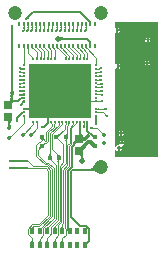
<source format=gbr>
%TF.GenerationSoftware,Altium Limited,Altium Designer,18.0.12 (696)*%
G04 Layer_Physical_Order=1*
G04 Layer_Color=255*
%FSLAX45Y45*%
%MOMM*%
%TF.FileFunction,Copper,L1,Top,Signal*%
%TF.Part,Single*%
G01*
G75*
%TA.AperFunction,SMDPad,CuDef*%
%ADD10R,0.43180X0.43180*%
%ADD11R,0.76200X0.68580*%
%ADD12R,0.43180X0.43180*%
%TA.AperFunction,ConnectorPad*%
%ADD13R,0.76200X0.68580*%
%TA.AperFunction,SMDPad,CuDef*%
%ADD14R,0.16000X0.43500*%
%ADD15R,0.25000X0.43500*%
%ADD16R,0.15240X0.20320*%
%ADD17R,0.20320X0.15240*%
%ADD18R,1.60000X0.25000*%
%ADD19R,5.33400X4.57200*%
%TA.AperFunction,Conductor*%
%ADD20C,0.15000*%
%ADD21C,0.07500*%
%ADD22C,0.20000*%
%ADD23C,0.07620*%
%ADD24C,0.10160*%
%ADD25C,0.10000*%
%ADD26C,0.30000*%
%ADD27C,0.05000*%
%ADD28C,0.15240*%
%TA.AperFunction,ComponentPad*%
G04:AMPARAMS|DCode=29|XSize=0.3mm|YSize=0.3mm|CornerRadius=0mm|HoleSize=0mm|Usage=FLASHONLY|Rotation=180.000|XOffset=0mm|YOffset=0mm|HoleType=Round|Shape=Octagon|*
%AMOCTAGOND29*
4,1,8,-0.15000,0.07500,-0.15000,-0.07500,-0.07500,-0.15000,0.07500,-0.15000,0.15000,-0.07500,0.15000,0.07500,0.07500,0.15000,-0.07500,0.15000,-0.15000,0.07500,0.0*
%
%ADD29OCTAGOND29*%

%ADD30O,0.40000X0.60000*%
%TA.AperFunction,ViaPad*%
%ADD31C,1.20000*%
%TA.AperFunction,ComponentPad*%
G04:AMPARAMS|DCode=32|XSize=0.3mm|YSize=0.3mm|CornerRadius=0mm|HoleSize=0mm|Usage=FLASHONLY|Rotation=90.000|XOffset=0mm|YOffset=0mm|HoleType=Round|Shape=Octagon|*
%AMOCTAGOND32*
4,1,8,0.07500,0.15000,-0.07500,0.15000,-0.15000,0.07500,-0.15000,-0.07500,-0.07500,-0.15000,0.07500,-0.15000,0.15000,-0.07500,0.15000,0.07500,0.07500,0.15000,0.0*
%
%ADD32OCTAGOND32*%

%TA.AperFunction,ViaPad*%
%ADD33C,0.25000*%
%ADD34C,0.30000*%
%ADD35C,0.50000*%
G36*
X-247659Y1333699D02*
X-254001Y1326650D01*
X-268850Y1341499D01*
X-268654Y1341561D01*
X-268344Y1341751D01*
X-267921Y1342067D01*
X-266738Y1343081D01*
X-263015Y1346635D01*
X-261801Y1347841D01*
X-247659Y1333699D01*
D02*
G37*
G36*
X239281Y1257679D02*
X238643Y1257454D01*
X238081Y1257079D01*
X237593Y1256554D01*
X237181Y1255879D01*
X236843Y1255054D01*
X236581Y1254079D01*
X236393Y1252954D01*
X236281Y1251679D01*
X236243Y1250254D01*
X228743D01*
X228729Y1251679D01*
X228511Y1255054D01*
X228380Y1255879D01*
X228221Y1256554D01*
X228032Y1257079D01*
X227814Y1257454D01*
X227567Y1257679D01*
X227292Y1257754D01*
X239993D01*
X239281Y1257679D01*
D02*
G37*
G36*
X204281D02*
X203644Y1257454D01*
X203081Y1257079D01*
X202594Y1256554D01*
X202181Y1255879D01*
X201844Y1255054D01*
X201581Y1254079D01*
X201394Y1252954D01*
X201281Y1251679D01*
X201244Y1250254D01*
X193744D01*
X193729Y1251679D01*
X193511Y1255054D01*
X193381Y1255879D01*
X193221Y1256554D01*
X193032Y1257079D01*
X192815Y1257454D01*
X192568Y1257679D01*
X192292Y1257754D01*
X204994D01*
X204281Y1257679D01*
D02*
G37*
G36*
X169282D02*
X168644Y1257454D01*
X168081Y1257079D01*
X167594Y1256554D01*
X167182Y1255879D01*
X166844Y1255054D01*
X166582Y1254079D01*
X166394Y1252954D01*
X166282Y1251679D01*
X166244Y1250254D01*
X158744D01*
X158729Y1251679D01*
X158512Y1255054D01*
X158381Y1255879D01*
X158221Y1256554D01*
X158033Y1257079D01*
X157815Y1257454D01*
X157568Y1257679D01*
X157293Y1257754D01*
X169994D01*
X169282Y1257679D01*
D02*
G37*
G36*
X134282D02*
X133644Y1257454D01*
X133082Y1257079D01*
X132594Y1256554D01*
X132182Y1255879D01*
X131844Y1255054D01*
X131582Y1254079D01*
X131394Y1252954D01*
X131282Y1251679D01*
X131244Y1250254D01*
X123744D01*
X123730Y1251679D01*
X123512Y1255054D01*
X123382Y1255879D01*
X123222Y1256554D01*
X123033Y1257079D01*
X122816Y1257454D01*
X122569Y1257679D01*
X122293Y1257754D01*
X134994D01*
X134282Y1257679D01*
D02*
G37*
G36*
X99282D02*
X98645Y1257454D01*
X98082Y1257079D01*
X97595Y1256554D01*
X97182Y1255879D01*
X96845Y1255054D01*
X96582Y1254079D01*
X96395Y1252954D01*
X96282Y1251679D01*
X96245Y1250254D01*
X88745D01*
X88730Y1251679D01*
X88512Y1255054D01*
X88382Y1255879D01*
X88222Y1256554D01*
X88034Y1257079D01*
X87816Y1257454D01*
X87570Y1257679D01*
X87294Y1257754D01*
X99995D01*
X99282Y1257679D01*
D02*
G37*
G36*
X64283D02*
X63645Y1257454D01*
X63082Y1257079D01*
X62595Y1256554D01*
X62183Y1255879D01*
X61845Y1255054D01*
X61583Y1254079D01*
X61395Y1252954D01*
X61283Y1251679D01*
X61245Y1250254D01*
X53745D01*
X53730Y1251679D01*
X53513Y1255054D01*
X53382Y1255879D01*
X53223Y1256554D01*
X53034Y1257079D01*
X52817Y1257454D01*
X52570Y1257679D01*
X52295Y1257754D01*
X64995D01*
X64283Y1257679D01*
D02*
G37*
G36*
X29283D02*
X28645Y1257454D01*
X28083Y1257079D01*
X27595Y1256554D01*
X27183Y1255879D01*
X26845Y1255054D01*
X26583Y1254079D01*
X26395Y1252954D01*
X26283Y1251679D01*
X26245Y1250254D01*
X18745D01*
X18731Y1251679D01*
X18513Y1255054D01*
X18383Y1255879D01*
X18223Y1256554D01*
X18035Y1257079D01*
X17817Y1257454D01*
X17571Y1257679D01*
X17295Y1257754D01*
X29995D01*
X29283Y1257679D01*
D02*
G37*
G36*
X-5717D02*
X-6354Y1257454D01*
X-6917Y1257079D01*
X-7404Y1256554D01*
X-7817Y1255879D01*
X-8154Y1255054D01*
X-8417Y1254079D01*
X-8604Y1252954D01*
X-8717Y1251679D01*
X-8754Y1250254D01*
X-16254D01*
X-16269Y1251679D01*
X-16486Y1255054D01*
X-16617Y1255879D01*
X-16776Y1256554D01*
X-16965Y1257079D01*
X-17182Y1257454D01*
X-17429Y1257679D01*
X-17704Y1257754D01*
X-5004D01*
X-5717Y1257679D01*
D02*
G37*
G36*
X-75716D02*
X-76354Y1257454D01*
X-76916Y1257079D01*
X-77404Y1256554D01*
X-77816Y1255879D01*
X-78154Y1255054D01*
X-78416Y1254079D01*
X-78604Y1252954D01*
X-78716Y1251679D01*
X-78754Y1250254D01*
X-86254D01*
X-86268Y1251679D01*
X-86486Y1255054D01*
X-86616Y1255879D01*
X-86776Y1256554D01*
X-86964Y1257079D01*
X-87181Y1257454D01*
X-87428Y1257679D01*
X-87703Y1257754D01*
X-75004D01*
X-75716Y1257679D01*
D02*
G37*
G36*
X-110716D02*
X-111353Y1257454D01*
X-111916Y1257079D01*
X-112403Y1256554D01*
X-112816Y1255879D01*
X-113153Y1255054D01*
X-113416Y1254079D01*
X-113603Y1252954D01*
X-113716Y1251679D01*
X-113753Y1250254D01*
X-121254D01*
X-121268Y1251679D01*
X-121485Y1255054D01*
X-121616Y1255879D01*
X-121775Y1256554D01*
X-121963Y1257079D01*
X-122181Y1257454D01*
X-122427Y1257679D01*
X-122703Y1257754D01*
X-110003D01*
X-110716Y1257679D01*
D02*
G37*
G36*
X-145715D02*
X-146353Y1257454D01*
X-146916Y1257079D01*
X-147403Y1256554D01*
X-147816Y1255879D01*
X-148153Y1255054D01*
X-148416Y1254079D01*
X-148603Y1252954D01*
X-148715Y1251679D01*
X-148753Y1250254D01*
X-156253D01*
X-156268Y1251679D01*
X-156485Y1255054D01*
X-156615Y1255879D01*
X-156775Y1256554D01*
X-156963Y1257079D01*
X-157181Y1257454D01*
X-157427Y1257679D01*
X-157702Y1257754D01*
X-145003D01*
X-145715Y1257679D01*
D02*
G37*
G36*
X-180715D02*
X-181353Y1257454D01*
X-181915Y1257079D01*
X-182403Y1256554D01*
X-182815Y1255879D01*
X-183153Y1255054D01*
X-183415Y1254079D01*
X-183603Y1252954D01*
X-183715Y1251679D01*
X-183753Y1250254D01*
X-191253D01*
X-191267Y1251679D01*
X-191485Y1255054D01*
X-191615Y1255879D01*
X-191774Y1256554D01*
X-191963Y1257079D01*
X-192180Y1257454D01*
X-192426Y1257679D01*
X-192701Y1257754D01*
X-180003D01*
X-180715Y1257679D01*
D02*
G37*
G36*
X-215715D02*
X-216352Y1257454D01*
X-216915Y1257079D01*
X-217402Y1256554D01*
X-217815Y1255879D01*
X-218152Y1255054D01*
X-218415Y1254079D01*
X-218602Y1252954D01*
X-218715Y1251679D01*
X-218752Y1250254D01*
X-226253D01*
X-226267Y1251679D01*
X-226484Y1255054D01*
X-226615Y1255879D01*
X-226774Y1256554D01*
X-226962Y1257079D01*
X-227179Y1257454D01*
X-227426Y1257679D01*
X-227701Y1257754D01*
X-215002D01*
X-215715Y1257679D01*
D02*
G37*
G36*
X-250715D02*
X-251352Y1257454D01*
X-251915Y1257079D01*
X-252402Y1256554D01*
X-252815Y1255879D01*
X-253152Y1255054D01*
X-253415Y1254079D01*
X-253602Y1252954D01*
X-253715Y1251679D01*
X-253752Y1250254D01*
X-261252D01*
X-261267Y1251679D01*
X-261484Y1255054D01*
X-261614Y1255879D01*
X-261773Y1256554D01*
X-261962Y1257079D01*
X-262179Y1257454D01*
X-262425Y1257679D01*
X-262700Y1257754D01*
X-250002D01*
X-250715Y1257679D01*
D02*
G37*
G36*
X-284552D02*
X-285190Y1257454D01*
X-285752Y1257079D01*
X-286240Y1256554D01*
X-286652Y1255879D01*
X-286990Y1255054D01*
X-287252Y1254079D01*
X-287440Y1252954D01*
X-287552Y1251679D01*
X-287590Y1250254D01*
X-295090D01*
X-295116Y1251679D01*
X-295325Y1254079D01*
X-295507Y1255054D01*
X-295742Y1255879D01*
X-296029Y1256554D01*
X-296369Y1257079D01*
X-296760Y1257454D01*
X-297204Y1257679D01*
X-297700Y1257754D01*
X-283840D01*
X-284552Y1257679D01*
D02*
G37*
G36*
X-40608Y1257678D02*
X-41256Y1257449D01*
X-41827Y1257068D01*
X-42322Y1256535D01*
X-42742Y1255849D01*
X-43084Y1255011D01*
X-43351Y1254020D01*
X-43542Y1252877D01*
X-43656Y1251582D01*
X-43694Y1250134D01*
X-51314D01*
X-51328Y1251582D01*
X-51662Y1255849D01*
X-51814Y1256535D01*
X-51995Y1257068D01*
X-52203Y1257449D01*
X-52440Y1257678D01*
X-52704Y1257754D01*
X-39884D01*
X-40608Y1257678D01*
D02*
G37*
G36*
X-377414Y1250536D02*
X-377499Y1250183D01*
X-377574Y1249661D01*
X-377694Y1248106D01*
X-377814Y1242961D01*
X-377819Y1241251D01*
X-397819D01*
X-398319Y1250719D01*
X-377319D01*
X-377414Y1250536D01*
D02*
G37*
G36*
X-287590Y1245855D02*
X-287544Y1244768D01*
X-287407Y1243680D01*
X-287178Y1242588D01*
X-286859Y1241494D01*
X-286448Y1240398D01*
X-285945Y1239299D01*
X-285351Y1238197D01*
X-284666Y1237093D01*
X-283889Y1235986D01*
X-283022Y1234877D01*
X-300421Y1236746D01*
X-299408Y1237604D01*
X-298502Y1238492D01*
X-297702Y1239410D01*
X-297009Y1240359D01*
X-296423Y1241340D01*
X-295943Y1242350D01*
X-295570Y1243392D01*
X-295303Y1244464D01*
X-295143Y1245567D01*
X-295090Y1246700D01*
X-287590Y1245855D01*
D02*
G37*
G36*
X236243Y1243326D02*
X236284Y1242269D01*
X236407Y1241194D01*
X236613Y1240103D01*
X236901Y1238995D01*
X237271Y1237871D01*
X237723Y1236730D01*
X238258Y1235573D01*
X239573Y1233207D01*
X240354Y1231999D01*
X223206Y1235490D01*
X224258Y1236230D01*
X225199Y1237015D01*
X226030Y1237846D01*
X226750Y1238722D01*
X227359Y1239644D01*
X227857Y1240611D01*
X228245Y1241623D01*
X228522Y1242682D01*
X228688Y1243785D01*
X228743Y1244934D01*
X236243Y1243326D01*
D02*
G37*
G36*
X201244Y1243326D02*
X201285Y1242269D01*
X201408Y1241194D01*
X201614Y1240103D01*
X201902Y1238995D01*
X202271Y1237871D01*
X202724Y1236730D01*
X203258Y1235572D01*
X204574Y1233207D01*
X205355Y1231999D01*
X188207Y1235491D01*
X189259Y1236230D01*
X190200Y1237015D01*
X191031Y1237846D01*
X191750Y1238722D01*
X192359Y1239644D01*
X192858Y1240611D01*
X193245Y1241623D01*
X193522Y1242682D01*
X193688Y1243785D01*
X193744Y1244934D01*
X201244Y1243326D01*
D02*
G37*
G36*
X166244D02*
X166285Y1242268D01*
X166408Y1241194D01*
X166614Y1240103D01*
X166902Y1238995D01*
X167272Y1237871D01*
X167724Y1236730D01*
X168258Y1235572D01*
X169574Y1233207D01*
X170355Y1231999D01*
X153207Y1235491D01*
X154259Y1236230D01*
X155200Y1237016D01*
X156031Y1237846D01*
X156751Y1238722D01*
X157360Y1239644D01*
X157858Y1240611D01*
X158246Y1241624D01*
X158522Y1242682D01*
X158689Y1243785D01*
X158744Y1244934D01*
X166244Y1243326D01*
D02*
G37*
G36*
X131244Y1243326D02*
X131285Y1242268D01*
X131409Y1241194D01*
X131614Y1240103D01*
X131902Y1238995D01*
X132272Y1237871D01*
X132724Y1236730D01*
X133259Y1235572D01*
X134574Y1233206D01*
X135355Y1231999D01*
X118207Y1235491D01*
X119259Y1236230D01*
X120201Y1237016D01*
X121031Y1237846D01*
X121751Y1238722D01*
X122360Y1239644D01*
X122858Y1240611D01*
X123246Y1241624D01*
X123523Y1242682D01*
X123689Y1243785D01*
X123744Y1244934D01*
X131244Y1243326D01*
D02*
G37*
G36*
X96245Y1243326D02*
X96286Y1242268D01*
X96409Y1241194D01*
X96615Y1240103D01*
X96902Y1238995D01*
X97272Y1237871D01*
X97724Y1236730D01*
X98259Y1235572D01*
X99574Y1233206D01*
X100355Y1231998D01*
X83208Y1235491D01*
X84260Y1236231D01*
X85201Y1237016D01*
X86031Y1237846D01*
X86751Y1238722D01*
X87360Y1239644D01*
X87859Y1240611D01*
X88246Y1241624D01*
X88523Y1242682D01*
X88689Y1243785D01*
X88745Y1244934D01*
X96245Y1243326D01*
D02*
G37*
G36*
X61245D02*
X61286Y1242268D01*
X61409Y1241194D01*
X61615Y1240102D01*
X61903Y1238995D01*
X62273Y1237870D01*
X62725Y1236729D01*
X63259Y1235572D01*
X64575Y1233206D01*
X65356Y1231998D01*
X48208Y1235491D01*
X49260Y1236231D01*
X50201Y1237016D01*
X51032Y1237846D01*
X51751Y1238722D01*
X52361Y1239644D01*
X52859Y1240611D01*
X53247Y1241624D01*
X53523Y1242682D01*
X53690Y1243785D01*
X53745Y1244934D01*
X61245Y1243326D01*
D02*
G37*
G36*
X26245Y1243325D02*
X26286Y1242268D01*
X26410Y1241193D01*
X26615Y1240102D01*
X26903Y1238995D01*
X27273Y1237870D01*
X27725Y1236729D01*
X28260Y1235571D01*
X29575Y1233206D01*
X30356Y1231998D01*
X13208Y1235491D01*
X14260Y1236231D01*
X15201Y1237016D01*
X16032Y1237846D01*
X16752Y1238722D01*
X17361Y1239644D01*
X17859Y1240611D01*
X18247Y1241624D01*
X18524Y1242682D01*
X18690Y1243785D01*
X18745Y1244934D01*
X26245Y1243325D01*
D02*
G37*
G36*
X-8754D02*
X-8713Y1242268D01*
X-8590Y1241193D01*
X-8385Y1240102D01*
X-8097Y1238994D01*
X-7727Y1237870D01*
X-7275Y1236729D01*
X-6740Y1235571D01*
X-5425Y1233206D01*
X-4644Y1231998D01*
X-21792Y1235492D01*
X-20740Y1236231D01*
X-19798Y1237016D01*
X-18968Y1237846D01*
X-18248Y1238722D01*
X-17639Y1239644D01*
X-17140Y1240611D01*
X-16753Y1241624D01*
X-16476Y1242682D01*
X-16310Y1243785D01*
X-16254Y1244935D01*
X-8754Y1243325D01*
D02*
G37*
G36*
X-43694Y1243290D02*
X-43654Y1242223D01*
X-43532Y1241143D01*
X-43330Y1240048D01*
X-43046Y1238939D01*
X-42681Y1237817D01*
X-42236Y1236681D01*
X-41709Y1235531D01*
X-40413Y1233189D01*
X-39644Y1231998D01*
X-56791Y1235492D01*
X-55751Y1236224D01*
X-54820Y1237003D01*
X-53998Y1237830D01*
X-53286Y1238703D01*
X-52683Y1239623D01*
X-52190Y1240590D01*
X-51807Y1241604D01*
X-51533Y1242665D01*
X-51369Y1243773D01*
X-51314Y1244928D01*
X-43694Y1243290D01*
D02*
G37*
G36*
X-78754Y1243325D02*
X-78713Y1242268D01*
X-78589Y1241193D01*
X-78384Y1240102D01*
X-78096Y1238994D01*
X-77726Y1237870D01*
X-77274Y1236729D01*
X-76740Y1235571D01*
X-75425Y1233205D01*
X-74643Y1231997D01*
X-91791Y1235492D01*
X-90739Y1236231D01*
X-89798Y1237016D01*
X-88967Y1237847D01*
X-88247Y1238723D01*
X-87638Y1239644D01*
X-87140Y1240611D01*
X-86752Y1241624D01*
X-86475Y1242682D01*
X-86309Y1243785D01*
X-86254Y1244935D01*
X-78754Y1243325D01*
D02*
G37*
G36*
X-113753Y1243325D02*
X-113712Y1242267D01*
X-113589Y1241193D01*
X-113384Y1240102D01*
X-113096Y1238994D01*
X-112726Y1237870D01*
X-112274Y1236729D01*
X-111739Y1235571D01*
X-110424Y1233205D01*
X-109643Y1231997D01*
X-126791Y1235492D01*
X-125739Y1236231D01*
X-124797Y1237016D01*
X-123967Y1237847D01*
X-123247Y1238723D01*
X-122638Y1239644D01*
X-122139Y1240611D01*
X-121752Y1241624D01*
X-121475Y1242682D01*
X-121309Y1243785D01*
X-121254Y1244935D01*
X-113753Y1243325D01*
D02*
G37*
G36*
X-148753Y1243325D02*
X-148712Y1242267D01*
X-148589Y1241193D01*
X-148383Y1240102D01*
X-148095Y1238994D01*
X-147726Y1237870D01*
X-147274Y1236728D01*
X-146739Y1235571D01*
X-145424Y1233205D01*
X-144643Y1231997D01*
X-161790Y1235492D01*
X-160738Y1236231D01*
X-159797Y1237016D01*
X-158966Y1237847D01*
X-158247Y1238723D01*
X-157637Y1239644D01*
X-157139Y1240611D01*
X-156752Y1241624D01*
X-156475Y1242682D01*
X-156309Y1243785D01*
X-156253Y1244935D01*
X-148753Y1243325D01*
D02*
G37*
G36*
X-183753D02*
X-183712Y1242267D01*
X-183588Y1241193D01*
X-183383Y1240102D01*
X-183095Y1238994D01*
X-182725Y1237869D01*
X-182273Y1236728D01*
X-181739Y1235570D01*
X-180424Y1233205D01*
X-179643Y1231997D01*
X-196790Y1235492D01*
X-195738Y1236231D01*
X-194797Y1237016D01*
X-193966Y1237847D01*
X-193246Y1238723D01*
X-192637Y1239644D01*
X-192139Y1240611D01*
X-191751Y1241624D01*
X-191474Y1242682D01*
X-191308Y1243785D01*
X-191253Y1244935D01*
X-183753Y1243325D01*
D02*
G37*
G36*
X-218752Y1243324D02*
X-218711Y1242267D01*
X-218588Y1241193D01*
X-218383Y1240101D01*
X-218095Y1238994D01*
X-217725Y1237869D01*
X-217273Y1236728D01*
X-216739Y1235570D01*
X-215423Y1233204D01*
X-214643Y1231997D01*
X-231790Y1235492D01*
X-230738Y1236232D01*
X-229796Y1237017D01*
X-228966Y1237847D01*
X-228246Y1238723D01*
X-227637Y1239644D01*
X-227138Y1240611D01*
X-226751Y1241624D01*
X-226474Y1242682D01*
X-226308Y1243785D01*
X-226253Y1244935D01*
X-218752Y1243324D01*
D02*
G37*
G36*
X-253752D02*
X-253711Y1242267D01*
X-253588Y1241192D01*
X-253382Y1240101D01*
X-253094Y1238993D01*
X-252725Y1237869D01*
X-252273Y1236728D01*
X-251738Y1235570D01*
X-250423Y1233204D01*
X-249642Y1231996D01*
X-266790Y1235493D01*
X-265738Y1236232D01*
X-264796Y1237017D01*
X-263965Y1237847D01*
X-263246Y1238723D01*
X-262637Y1239644D01*
X-262138Y1240611D01*
X-261751Y1241624D01*
X-261474Y1242682D01*
X-261308Y1243785D01*
X-261252Y1244935D01*
X-253752Y1243324D01*
D02*
G37*
G36*
X845000Y155000D02*
X478119D01*
Y216022D01*
X490819Y217181D01*
X502500Y205500D01*
X507500D01*
Y230500D01*
X514999D01*
Y238000D01*
X540000D01*
Y241796D01*
X540000Y243000D01*
X545923Y255037D01*
X548529Y255556D01*
X555971Y260529D01*
X560944Y267971D01*
X561199Y269250D01*
X518301D01*
X518556Y267971D01*
X511614Y255500D01*
X502500D01*
X490819Y243819D01*
X478119Y244977D01*
Y901873D01*
X483114Y905108D01*
X490819Y907416D01*
X496222Y903806D01*
X497501Y903551D01*
Y925000D01*
Y946449D01*
X496222Y946194D01*
X490819Y942585D01*
X483114Y944892D01*
X478119Y948128D01*
Y1202286D01*
X490819Y1209074D01*
X491221Y1208806D01*
X492500Y1208551D01*
Y1230000D01*
Y1251449D01*
X491221Y1251194D01*
X490819Y1250926D01*
X478119Y1257714D01*
Y1295000D01*
X845000D01*
Y155000D01*
D02*
G37*
G36*
X20877Y1174825D02*
X22508Y1173550D01*
X24246Y1172425D01*
X26092Y1171450D01*
X28044Y1170625D01*
X30103Y1169950D01*
X32270Y1169425D01*
X34544Y1169050D01*
X36925Y1168825D01*
X39413Y1168750D01*
Y1148750D01*
X36925Y1148675D01*
X34544Y1148450D01*
X32270Y1148075D01*
X30103Y1147550D01*
X28044Y1146875D01*
X26092Y1146050D01*
X24246Y1145075D01*
X22508Y1143950D01*
X20877Y1142675D01*
X19354Y1141250D01*
Y1176250D01*
X20877Y1174825D01*
D02*
G37*
G36*
X242258Y1086277D02*
X242045Y1085588D01*
Y1084792D01*
X242258Y1083891D01*
X242682Y1082883D01*
X243319Y1081769D01*
X244167Y1080550D01*
X245228Y1079224D01*
X247985Y1076254D01*
X242682Y1070951D01*
X241144Y1072435D01*
X238386Y1074769D01*
X237166Y1075617D01*
X236053Y1076254D01*
X235045Y1076678D01*
X234144Y1076890D01*
X233348D01*
X232659Y1076678D01*
X232075Y1076254D01*
X242682Y1086861D01*
X242258Y1086277D01*
D02*
G37*
G36*
X207258D02*
X207046Y1085588D01*
Y1084792D01*
X207258Y1083891D01*
X207683Y1082883D01*
X208319Y1081769D01*
X209167Y1080550D01*
X210228Y1079224D01*
X212986Y1076254D01*
X207683Y1070951D01*
X206145Y1072435D01*
X203387Y1074769D01*
X202167Y1075617D01*
X201053Y1076254D01*
X200046Y1076678D01*
X199144Y1076890D01*
X198349D01*
X197659Y1076678D01*
X197076Y1076254D01*
X207683Y1086861D01*
X207258Y1086277D01*
D02*
G37*
G36*
X172259D02*
X172047Y1085588D01*
Y1084792D01*
X172259Y1083891D01*
X172683Y1082883D01*
X173320Y1081769D01*
X174168Y1080550D01*
X175229Y1079224D01*
X177986Y1076254D01*
X172683Y1070951D01*
X171145Y1072435D01*
X168388Y1074769D01*
X167168Y1075617D01*
X166054Y1076254D01*
X165046Y1076678D01*
X164145Y1076890D01*
X163349D01*
X162660Y1076678D01*
X162076Y1076254D01*
X172683Y1086861D01*
X172259Y1086277D01*
D02*
G37*
G36*
X137260D02*
X137047Y1085588D01*
Y1084792D01*
X137260Y1083891D01*
X137684Y1082883D01*
X138320Y1081769D01*
X139169Y1080550D01*
X140229Y1079224D01*
X142987Y1076254D01*
X137684Y1070951D01*
X136146Y1072435D01*
X133388Y1074769D01*
X132168Y1075617D01*
X131055Y1076254D01*
X130047Y1076678D01*
X129145Y1076890D01*
X128350D01*
X127660Y1076678D01*
X127077Y1076254D01*
X137684Y1086861D01*
X137260Y1086277D01*
D02*
G37*
G36*
X102260D02*
X102048Y1085588D01*
Y1084792D01*
X102260Y1083891D01*
X102684Y1082883D01*
X103321Y1081769D01*
X104169Y1080550D01*
X105230Y1079224D01*
X107988Y1076254D01*
X102684Y1070951D01*
X101146Y1072435D01*
X98389Y1074769D01*
X97169Y1075617D01*
X96055Y1076254D01*
X95048Y1076678D01*
X94146Y1076890D01*
X93350D01*
X92661Y1076678D01*
X92078Y1076254D01*
X102684Y1086861D01*
X102260Y1086277D01*
D02*
G37*
G36*
X67261D02*
X67048Y1085588D01*
Y1084792D01*
X67261Y1083891D01*
X67685Y1082883D01*
X68321Y1081769D01*
X69170Y1080550D01*
X70230Y1079224D01*
X72988Y1076254D01*
X67685Y1070951D01*
X66147Y1072435D01*
X63389Y1074769D01*
X62169Y1075617D01*
X61056Y1076254D01*
X60048Y1076678D01*
X59146Y1076890D01*
X58351D01*
X57662Y1076678D01*
X57078Y1076254D01*
X67685Y1086861D01*
X67261Y1086277D01*
D02*
G37*
G36*
X32261D02*
X32049Y1085588D01*
Y1084792D01*
X32261Y1083891D01*
X32685Y1082883D01*
X33322Y1081769D01*
X34170Y1080550D01*
X35231Y1079224D01*
X37989Y1076254D01*
X32685Y1070951D01*
X31148Y1072435D01*
X28390Y1074769D01*
X27170Y1075617D01*
X26056Y1076254D01*
X25049Y1076678D01*
X24147Y1076890D01*
X23351D01*
X22662Y1076678D01*
X22079Y1076254D01*
X32685Y1086861D01*
X32261Y1086277D01*
D02*
G37*
G36*
X-2738D02*
X-2950Y1085588D01*
Y1084792D01*
X-2738Y1083891D01*
X-2314Y1082883D01*
X-1677Y1081769D01*
X-829Y1080550D01*
X232Y1079224D01*
X2989Y1076254D01*
X-2314Y1070951D01*
X-3852Y1072435D01*
X-6610Y1074769D01*
X-7830Y1075617D01*
X-8943Y1076254D01*
X-9951Y1076678D01*
X-10852Y1076890D01*
X-11648D01*
X-12337Y1076678D01*
X-12921Y1076254D01*
X-2314Y1086861D01*
X-2738Y1086277D01*
D02*
G37*
G36*
X-37738D02*
X-37950Y1085588D01*
Y1084792D01*
X-37738Y1083891D01*
X-37313Y1082883D01*
X-36677Y1081769D01*
X-35828Y1080550D01*
X-34768Y1079224D01*
X-32010Y1076254D01*
X-37313Y1070951D01*
X-38851Y1072435D01*
X-41609Y1074769D01*
X-42829Y1075617D01*
X-43943Y1076254D01*
X-44950Y1076678D01*
X-45852Y1076890D01*
X-46647D01*
X-47337Y1076678D01*
X-47920Y1076254D01*
X-37313Y1086861D01*
X-37738Y1086277D01*
D02*
G37*
G36*
X-72737D02*
X-72949Y1085588D01*
Y1084792D01*
X-72737Y1083891D01*
X-72313Y1082883D01*
X-71676Y1081769D01*
X-70828Y1080550D01*
X-69767Y1079224D01*
X-67010Y1076254D01*
X-72313Y1070951D01*
X-73851Y1072435D01*
X-76608Y1074769D01*
X-77828Y1075617D01*
X-78942Y1076254D01*
X-79950Y1076678D01*
X-80851Y1076890D01*
X-81647D01*
X-82336Y1076678D01*
X-82920Y1076254D01*
X-72313Y1086861D01*
X-72737Y1086277D01*
D02*
G37*
G36*
X-107736D02*
X-107949Y1085588D01*
Y1084792D01*
X-107736Y1083891D01*
X-107312Y1082883D01*
X-106676Y1081769D01*
X-105827Y1080550D01*
X-104767Y1079224D01*
X-102009Y1076254D01*
X-107312Y1070951D01*
X-108850Y1072435D01*
X-111608Y1074769D01*
X-112828Y1075617D01*
X-113941Y1076254D01*
X-114949Y1076678D01*
X-115851Y1076890D01*
X-116646D01*
X-117336Y1076678D01*
X-117919Y1076254D01*
X-107312Y1086861D01*
X-107736Y1086277D01*
D02*
G37*
G36*
X-142736D02*
X-142948Y1085588D01*
Y1084792D01*
X-142736Y1083891D01*
X-142312Y1082883D01*
X-141675Y1081769D01*
X-140827Y1080550D01*
X-139766Y1079224D01*
X-137008Y1076254D01*
X-142312Y1070951D01*
X-143850Y1072435D01*
X-146607Y1074769D01*
X-147827Y1075617D01*
X-148941Y1076254D01*
X-149948Y1076678D01*
X-150850Y1076890D01*
X-151646D01*
X-152335Y1076678D01*
X-152918Y1076254D01*
X-142312Y1086861D01*
X-142736Y1086277D01*
D02*
G37*
G36*
X-177735D02*
X-177948Y1085588D01*
Y1084792D01*
X-177735Y1083891D01*
X-177311Y1082883D01*
X-176675Y1081769D01*
X-175826Y1080550D01*
X-174765Y1079224D01*
X-172008Y1076254D01*
X-177311Y1070951D01*
X-178849Y1072435D01*
X-181607Y1074769D01*
X-182827Y1075617D01*
X-183940Y1076254D01*
X-184948Y1076678D01*
X-185850Y1076890D01*
X-186645D01*
X-187334Y1076678D01*
X-187918Y1076254D01*
X-177311Y1086861D01*
X-177735Y1086277D01*
D02*
G37*
G36*
X-212735D02*
X-212947Y1085588D01*
Y1084792D01*
X-212735Y1083891D01*
X-212310Y1082883D01*
X-211674Y1081769D01*
X-210826Y1080550D01*
X-209765Y1079224D01*
X-207007Y1076254D01*
X-212310Y1070951D01*
X-213848Y1072435D01*
X-216606Y1074769D01*
X-217826Y1075617D01*
X-218940Y1076254D01*
X-219947Y1076678D01*
X-220849Y1076890D01*
X-221644D01*
X-222334Y1076678D01*
X-222917Y1076254D01*
X-212310Y1086861D01*
X-212735Y1086277D01*
D02*
G37*
G36*
X-248217Y1076179D02*
X-248855Y1075954D01*
X-249418Y1075579D01*
X-249905Y1075054D01*
X-250318Y1074379D01*
X-250655Y1073554D01*
X-250917Y1072579D01*
X-251105Y1071454D01*
X-251217Y1070179D01*
X-251255Y1068754D01*
X-258755D01*
X-258793Y1070179D01*
X-258905Y1071454D01*
X-259093Y1072579D01*
X-259355Y1073554D01*
X-259693Y1074379D01*
X-260105Y1075054D01*
X-260593Y1075579D01*
X-261155Y1075954D01*
X-261793Y1076179D01*
X-262505Y1076254D01*
X-247505D01*
X-248217Y1076179D01*
D02*
G37*
G36*
X-282565D02*
X-282794Y1075954D01*
X-282995Y1075579D01*
X-283170Y1075054D01*
X-283318Y1074379D01*
X-283439Y1073554D01*
X-283601Y1071454D01*
X-283654Y1068754D01*
X-291155D01*
X-291192Y1070179D01*
X-291305Y1071454D01*
X-291492Y1072579D01*
X-291755Y1073554D01*
X-292092Y1074379D01*
X-292505Y1075054D01*
X-292992Y1075579D01*
X-293555Y1075954D01*
X-294192Y1076179D01*
X-294905Y1076254D01*
X-282309D01*
X-282565Y1076179D01*
D02*
G37*
G36*
X252381Y1003569D02*
X252488Y1002294D01*
X252666Y1001169D01*
X252916Y1000194D01*
X253237Y999369D01*
X253629Y998694D01*
X254092Y998169D01*
X254627Y997794D01*
X255233Y997569D01*
X255911Y997494D01*
X241280D01*
X241958Y997569D01*
X242564Y997794D01*
X243098Y998169D01*
X243562Y998694D01*
X243954Y999369D01*
X244275Y1000194D01*
X244525Y1001169D01*
X244703Y1002294D01*
X244810Y1003569D01*
X244845Y1004994D01*
X252345D01*
X252381Y1003569D01*
D02*
G37*
G36*
X221901D02*
X222008Y1002294D01*
X222186Y1001169D01*
X222436Y1000194D01*
X222757Y999369D01*
X223149Y998694D01*
X223612Y998169D01*
X224147Y997794D01*
X224753Y997569D01*
X225431Y997494D01*
X210800D01*
X211478Y997569D01*
X212084Y997794D01*
X212618Y998169D01*
X213082Y998694D01*
X213474Y999369D01*
X213795Y1000194D01*
X214045Y1001169D01*
X214223Y1002294D01*
X214330Y1003569D01*
X214365Y1004994D01*
X221865D01*
X221901Y1003569D01*
D02*
G37*
G36*
X191421D02*
X191528Y1002294D01*
X191706Y1001169D01*
X191956Y1000194D01*
X192277Y999369D01*
X192669Y998694D01*
X193132Y998169D01*
X193667Y997794D01*
X194273Y997569D01*
X194951Y997494D01*
X180320D01*
X180998Y997569D01*
X181604Y997794D01*
X182138Y998169D01*
X182602Y998694D01*
X182994Y999369D01*
X183315Y1000194D01*
X183565Y1001169D01*
X183743Y1002294D01*
X183850Y1003569D01*
X183885Y1004994D01*
X191385D01*
X191421Y1003569D01*
D02*
G37*
G36*
X160941D02*
X161048Y1002294D01*
X161226Y1001169D01*
X161476Y1000194D01*
X161797Y999369D01*
X162189Y998694D01*
X162652Y998169D01*
X163187Y997794D01*
X163793Y997569D01*
X164471Y997494D01*
X149840D01*
X150518Y997569D01*
X151124Y997794D01*
X151658Y998169D01*
X152122Y998694D01*
X152514Y999369D01*
X152835Y1000194D01*
X153085Y1001169D01*
X153263Y1002294D01*
X153370Y1003569D01*
X153405Y1004994D01*
X160905D01*
X160941Y1003569D01*
D02*
G37*
G36*
X130461D02*
X130568Y1002294D01*
X130746Y1001169D01*
X130996Y1000194D01*
X131317Y999369D01*
X131709Y998694D01*
X132172Y998169D01*
X132707Y997794D01*
X133313Y997569D01*
X133991Y997494D01*
X119360D01*
X120038Y997569D01*
X120644Y997794D01*
X121178Y998169D01*
X121642Y998694D01*
X122034Y999369D01*
X122355Y1000194D01*
X122605Y1001169D01*
X122783Y1002294D01*
X122890Y1003569D01*
X122925Y1004994D01*
X130425D01*
X130461Y1003569D01*
D02*
G37*
G36*
X99981D02*
X100088Y1002294D01*
X100266Y1001169D01*
X100516Y1000194D01*
X100837Y999369D01*
X101229Y998694D01*
X101692Y998169D01*
X102227Y997794D01*
X102833Y997569D01*
X103511Y997494D01*
X88880D01*
X89558Y997569D01*
X90164Y997794D01*
X90698Y998169D01*
X91162Y998694D01*
X91554Y999369D01*
X91875Y1000194D01*
X92125Y1001169D01*
X92303Y1002294D01*
X92410Y1003569D01*
X92445Y1004994D01*
X99945D01*
X99981Y1003569D01*
D02*
G37*
G36*
X-21939D02*
X-21832Y1002294D01*
X-21654Y1001169D01*
X-21404Y1000194D01*
X-21083Y999369D01*
X-20691Y998694D01*
X-20228Y998169D01*
X-19693Y997794D01*
X-19087Y997569D01*
X-18409Y997494D01*
X-33040D01*
X-32362Y997569D01*
X-31756Y997794D01*
X-31222Y998169D01*
X-30758Y998694D01*
X-30366Y999369D01*
X-30045Y1000194D01*
X-29795Y1001169D01*
X-29617Y1002294D01*
X-29510Y1003569D01*
X-29475Y1004994D01*
X-21975D01*
X-21939Y1003569D01*
D02*
G37*
G36*
X-52419D02*
X-52312Y1002294D01*
X-52134Y1001169D01*
X-51884Y1000194D01*
X-51563Y999369D01*
X-51171Y998694D01*
X-50708Y998169D01*
X-50173Y997794D01*
X-49567Y997569D01*
X-48889Y997494D01*
X-63520D01*
X-62842Y997569D01*
X-62236Y997794D01*
X-61702Y998169D01*
X-61238Y998694D01*
X-60846Y999369D01*
X-60525Y1000194D01*
X-60275Y1001169D01*
X-60097Y1002294D01*
X-59990Y1003569D01*
X-59955Y1004994D01*
X-52455D01*
X-52419Y1003569D01*
D02*
G37*
G36*
X-82899D02*
X-82792Y1002294D01*
X-82614Y1001169D01*
X-82364Y1000194D01*
X-82043Y999369D01*
X-81651Y998694D01*
X-81188Y998169D01*
X-80653Y997794D01*
X-80047Y997569D01*
X-79369Y997494D01*
X-94000D01*
X-93322Y997569D01*
X-92716Y997794D01*
X-92182Y998169D01*
X-91718Y998694D01*
X-91326Y999369D01*
X-91005Y1000194D01*
X-90755Y1001169D01*
X-90577Y1002294D01*
X-90470Y1003569D01*
X-90435Y1004994D01*
X-82935D01*
X-82899Y1003569D01*
D02*
G37*
G36*
X-113379D02*
X-113272Y1002294D01*
X-113094Y1001169D01*
X-112844Y1000194D01*
X-112523Y999369D01*
X-112131Y998694D01*
X-111668Y998169D01*
X-111133Y997794D01*
X-110527Y997569D01*
X-109849Y997494D01*
X-124480D01*
X-123802Y997569D01*
X-123196Y997794D01*
X-122662Y998169D01*
X-122198Y998694D01*
X-121806Y999369D01*
X-121485Y1000194D01*
X-121235Y1001169D01*
X-121057Y1002294D01*
X-120950Y1003569D01*
X-120915Y1004994D01*
X-113415D01*
X-113379Y1003569D01*
D02*
G37*
G36*
X-143859D02*
X-143752Y1002294D01*
X-143574Y1001169D01*
X-143324Y1000194D01*
X-143003Y999369D01*
X-142611Y998694D01*
X-142148Y998169D01*
X-141613Y997794D01*
X-141007Y997569D01*
X-140329Y997494D01*
X-154960D01*
X-154282Y997569D01*
X-153676Y997794D01*
X-153142Y998169D01*
X-152678Y998694D01*
X-152286Y999369D01*
X-151965Y1000194D01*
X-151715Y1001169D01*
X-151537Y1002294D01*
X-151430Y1003569D01*
X-151395Y1004994D01*
X-143895D01*
X-143859Y1003569D01*
D02*
G37*
G36*
X-174339D02*
X-174232Y1002294D01*
X-174054Y1001169D01*
X-173804Y1000194D01*
X-173483Y999369D01*
X-173091Y998694D01*
X-172628Y998169D01*
X-172093Y997794D01*
X-171487Y997569D01*
X-170809Y997494D01*
X-185440D01*
X-184762Y997569D01*
X-184156Y997794D01*
X-183622Y998169D01*
X-183158Y998694D01*
X-182766Y999369D01*
X-182445Y1000194D01*
X-182195Y1001169D01*
X-182017Y1002294D01*
X-181910Y1003569D01*
X-181875Y1004994D01*
X-174375D01*
X-174339Y1003569D01*
D02*
G37*
G36*
X68678Y1003526D02*
X68791Y1002211D01*
X68978Y1001048D01*
X69241Y1000038D01*
X69578Y999182D01*
X69991Y998478D01*
X70478Y997926D01*
X71041Y997528D01*
X71678Y997282D01*
X72391Y997190D01*
X58400Y997494D01*
X58921Y997569D01*
X59387Y997794D01*
X59798Y998169D01*
X60154Y998694D01*
X60456Y999369D01*
X60702Y1000194D01*
X60894Y1001169D01*
X61031Y1002294D01*
X61113Y1003569D01*
X61141Y1004994D01*
X68641D01*
X68678Y1003526D01*
D02*
G37*
G36*
X-214354Y1001282D02*
X-211560Y998888D01*
X-210331Y998009D01*
X-209214Y997342D01*
X-208210Y996887D01*
X-207317Y996644D01*
X-206537Y996614D01*
X-205869Y996796D01*
X-205313Y997190D01*
X-215615Y986888D01*
X-215221Y987444D01*
X-215039Y988112D01*
X-215070Y988892D01*
X-215313Y989784D01*
X-215767Y990789D01*
X-216434Y991906D01*
X-217313Y993135D01*
X-218404Y994476D01*
X-221223Y997494D01*
X-215920Y1002798D01*
X-214354Y1001282D01*
D02*
G37*
G36*
X328583Y945092D02*
X328696Y943765D01*
X328883Y942594D01*
X329145Y941579D01*
X329483Y940721D01*
X329895Y940018D01*
X330383Y939472D01*
X330945Y939082D01*
X331583Y938847D01*
X332295Y938770D01*
X317295D01*
X318008Y938847D01*
X318645Y939082D01*
X319208Y939472D01*
X319695Y940018D01*
X320108Y940721D01*
X320445Y941579D01*
X320708Y942594D01*
X320895Y943765D01*
X321008Y945092D01*
X321045Y946574D01*
X328545D01*
X328583Y945092D01*
D02*
G37*
G36*
X-283617Y945106D02*
X-283504Y943790D01*
X-283317Y942627D01*
X-283055Y941616D01*
X-282717Y940759D01*
X-282304Y940056D01*
X-281817Y939505D01*
X-281254Y939107D01*
X-280617Y938861D01*
X-279904Y938770D01*
X-294660Y939074D01*
X-293994Y939149D01*
X-293398Y939374D01*
X-292872Y939749D01*
X-292416Y940274D01*
X-292031Y940949D01*
X-291715Y941774D01*
X-291470Y942749D01*
X-291295Y943874D01*
X-291190Y945149D01*
X-291155Y946574D01*
X-283654D01*
X-283617Y945106D01*
D02*
G37*
G36*
X358735Y900508D02*
X357970Y900806D01*
X357209Y900995D01*
X356451Y901077D01*
X355698Y901050D01*
X354949Y900916D01*
X354204Y900674D01*
X353462Y900324D01*
X352725Y899867D01*
X351992Y899301D01*
X351262Y898627D01*
X346342Y904314D01*
X347238Y905248D01*
X348779Y907092D01*
X349423Y908001D01*
X349983Y908902D01*
X350458Y909794D01*
X350850Y910679D01*
X351157Y911554D01*
X351380Y912422D01*
X351519Y913281D01*
X358735Y900508D01*
D02*
G37*
G36*
X-313405Y913318D02*
X-312698Y912360D01*
X-311935Y911514D01*
X-311115Y910782D01*
X-310238Y910162D01*
X-309305Y909654D01*
X-308315Y909259D01*
X-307269Y908978D01*
X-306166Y908808D01*
X-305007Y908752D01*
X-307211Y901252D01*
X-308243Y901215D01*
X-309302Y901103D01*
X-310388Y900917D01*
X-311501Y900656D01*
X-312641Y900321D01*
X-315001Y899428D01*
X-316221Y898869D01*
X-318743Y897529D01*
X-314056Y914389D01*
X-313405Y913318D01*
D02*
G37*
G36*
X-294660Y908594D02*
X-294355Y897502D01*
X-294452Y898214D01*
X-294700Y898852D01*
X-295101Y899415D01*
X-295653Y899902D01*
X-296358Y900314D01*
X-297214Y900652D01*
X-298223Y900914D01*
X-299383Y901102D01*
X-300696Y901214D01*
X-302160Y901252D01*
Y908752D01*
X-294660Y908594D01*
D02*
G37*
G36*
X334726Y907917D02*
X334951Y907311D01*
X335326Y906776D01*
X335850Y906313D01*
X336526Y905920D01*
X337351Y905600D01*
X338326Y905350D01*
X339451Y905172D01*
X340726Y905065D01*
X342151Y905029D01*
Y897529D01*
X340726Y897494D01*
X339451Y897387D01*
X338326Y897208D01*
X337351Y896959D01*
X336526Y896638D01*
X335850Y896246D01*
X335326Y895782D01*
X334951Y895247D01*
X334726Y894641D01*
X334651Y893964D01*
Y908594D01*
X334726Y907917D01*
D02*
G37*
G36*
X352767Y864762D02*
X351599Y865580D01*
X349295Y866959D01*
X348159Y867519D01*
X347034Y867993D01*
X345920Y868380D01*
X344817Y868682D01*
X343725Y868897D01*
X342644Y869026D01*
X341798Y869060D01*
X340684Y869032D01*
X339369Y868919D01*
X338208Y868732D01*
X337198Y868469D01*
X336342Y868132D01*
X335637Y867719D01*
X335086Y867232D01*
X334687Y866669D01*
X334440Y866032D01*
X334346Y865319D01*
X334651Y878114D01*
X334726Y877821D01*
X334951Y877558D01*
X335326Y877326D01*
X335850Y877126D01*
X336526Y876956D01*
X337351Y876817D01*
X338326Y876708D01*
X340669Y876588D01*
X341426Y876624D01*
X342529Y876788D01*
X343593Y877061D01*
X344618Y877444D01*
X345603Y877935D01*
X346549Y878536D01*
X347456Y879246D01*
X348323Y880066D01*
X349150Y880994D01*
X349939Y882032D01*
X352767Y864762D01*
D02*
G37*
G36*
X-294355Y865824D02*
X-294450Y866537D01*
X-294697Y867174D01*
X-295096Y867737D01*
X-295648Y868224D01*
X-296353Y868637D01*
X-297209Y868974D01*
X-298219Y869237D01*
X-299380Y869424D01*
X-300694Y869537D01*
X-302160Y869574D01*
Y877074D01*
X-300735Y877085D01*
X-295860Y877449D01*
X-295335Y877584D01*
X-294960Y877740D01*
X-294735Y877917D01*
X-294660Y878114D01*
X-294355Y865824D01*
D02*
G37*
G36*
X-313753Y881563D02*
X-312971Y880621D01*
X-312143Y879790D01*
X-311269Y879069D01*
X-310349Y878460D01*
X-309383Y877961D01*
X-308371Y877573D01*
X-307313Y877296D01*
X-306210Y877130D01*
X-305060Y877074D01*
X-306690Y869574D01*
X-307746Y869533D01*
X-308820Y869411D01*
X-309911Y869206D01*
X-311019Y868919D01*
X-312144Y868550D01*
X-313286Y868099D01*
X-314446Y867566D01*
X-316815Y866255D01*
X-318025Y865477D01*
X-314490Y882616D01*
X-313753Y881563D01*
D02*
G37*
G36*
X-294355Y834214D02*
X-294450Y834938D01*
X-294700Y835586D01*
X-295105Y836157D01*
X-295665Y836653D01*
X-296379Y837072D01*
X-297250Y837415D01*
X-298274Y837681D01*
X-299455Y837872D01*
X-300790Y837986D01*
X-302280Y838024D01*
Y845644D01*
X-300832Y845664D01*
X-297403Y845963D01*
X-296565Y846142D01*
X-295879Y846361D01*
X-295346Y846619D01*
X-294965Y846918D01*
X-294736Y847256D01*
X-294660Y847634D01*
X-294355Y834214D01*
D02*
G37*
G36*
X334726Y847149D02*
X334951Y846715D01*
X335326Y846331D01*
X335850Y845999D01*
X336526Y845718D01*
X337351Y845488D01*
X338326Y845309D01*
X339451Y845182D01*
X340726Y845105D01*
X342151Y845080D01*
Y837579D01*
X340683Y837542D01*
X339367Y837429D01*
X338205Y837242D01*
X337195Y836980D01*
X336338Y836642D01*
X335634Y836229D01*
X335083Y835742D01*
X334684Y835179D01*
X334439Y834542D01*
X334346Y833829D01*
X334651Y847634D01*
X334726Y847149D01*
D02*
G37*
G36*
X-314248Y849944D02*
X-313382Y849042D01*
X-312482Y848245D01*
X-311547Y847555D01*
X-310578Y846971D01*
X-309574Y846494D01*
X-308536Y846122D01*
X-307462Y845857D01*
X-306355Y845697D01*
X-305212Y845644D01*
X-306191Y838024D01*
X-307282Y837980D01*
X-308374Y837846D01*
X-309469Y837624D01*
X-310567Y837314D01*
X-311666Y836914D01*
X-312768Y836425D01*
X-313873Y835847D01*
X-314980Y835181D01*
X-316089Y834426D01*
X-317200Y833582D01*
X-315078Y850953D01*
X-314248Y849944D01*
D02*
G37*
G36*
X355749Y832897D02*
X354669Y833787D01*
X353587Y834583D01*
X352504Y835285D01*
X351419Y835894D01*
X350333Y836409D01*
X349246Y836830D01*
X348157Y837158D01*
X347066Y837392D01*
X345975Y837533D01*
X344882Y837579D01*
X344244Y845080D01*
X345372Y845132D01*
X346475Y845290D01*
X347550Y845553D01*
X348599Y845921D01*
X349621Y846395D01*
X350617Y846973D01*
X351587Y847657D01*
X352529Y848446D01*
X353445Y849340D01*
X354335Y850340D01*
X355749Y832897D01*
D02*
G37*
G36*
X-294355Y802844D02*
X-294447Y803556D01*
X-294693Y804194D01*
X-295091Y804757D01*
X-295642Y805244D01*
X-296346Y805657D01*
X-297203Y805994D01*
X-298213Y806256D01*
X-299376Y806444D01*
X-300691Y806556D01*
X-302160Y806594D01*
Y814094D01*
X-300735Y814125D01*
X-298335Y814369D01*
X-297360Y814584D01*
X-296535Y814859D01*
X-295860Y815196D01*
X-295335Y815594D01*
X-294960Y816053D01*
X-294735Y816573D01*
X-294660Y817154D01*
X-294355Y802844D01*
D02*
G37*
G36*
X334726Y816477D02*
X334951Y815871D01*
X335326Y815336D01*
X335850Y814873D01*
X336526Y814480D01*
X337351Y814160D01*
X338326Y813910D01*
X339451Y813732D01*
X340726Y813625D01*
X342151Y813589D01*
Y806089D01*
X340726Y806054D01*
X339451Y805947D01*
X338326Y805768D01*
X337351Y805519D01*
X336526Y805198D01*
X335850Y804806D01*
X335326Y804342D01*
X334951Y803807D01*
X334726Y803201D01*
X334651Y802524D01*
Y817154D01*
X334726Y816477D01*
D02*
G37*
G36*
X-314788Y818255D02*
X-313829Y817382D01*
X-312850Y816611D01*
X-311850Y815944D01*
X-310831Y815378D01*
X-309791Y814916D01*
X-308730Y814556D01*
X-307650Y814300D01*
X-306550Y814145D01*
X-305429Y814094D01*
X-305747Y806594D01*
X-306850Y806546D01*
X-307945Y806400D01*
X-309033Y806158D01*
X-310113Y805818D01*
X-311186Y805382D01*
X-312251Y804849D01*
X-313308Y804218D01*
X-314358Y803491D01*
X-315400Y802667D01*
X-316434Y801746D01*
X-315727Y819231D01*
X-314788Y818255D01*
D02*
G37*
G36*
X355013Y801089D02*
X354026Y802039D01*
X353025Y802889D01*
X352010Y803639D01*
X350981Y804289D01*
X349938Y804839D01*
X348881Y805289D01*
X347811Y805639D01*
X346726Y805889D01*
X345628Y806039D01*
X344515Y806089D01*
Y813589D01*
X345628Y813639D01*
X346726Y813789D01*
X347811Y814039D01*
X348881Y814389D01*
X349938Y814839D01*
X350981Y815389D01*
X352010Y816039D01*
X353025Y816789D01*
X354026Y817639D01*
X355013Y818589D01*
Y801089D01*
D02*
G37*
G36*
X334439Y785137D02*
X334684Y784499D01*
X335083Y783936D01*
X335634Y783449D01*
X336338Y783037D01*
X337195Y782699D01*
X338205Y782437D01*
X339367Y782249D01*
X340683Y782137D01*
X342151Y782099D01*
Y774599D01*
X340726Y774573D01*
X338326Y774369D01*
X337351Y774190D01*
X336526Y773960D01*
X335850Y773679D01*
X335326Y773347D01*
X334951Y772964D01*
X334726Y772529D01*
X334651Y772044D01*
X334346Y785849D01*
X334439Y785137D01*
D02*
G37*
G36*
X-294660Y772044D02*
X-294735Y772625D01*
X-294960Y773146D01*
X-295335Y773604D01*
X-295860Y774002D01*
X-296535Y774339D01*
X-297360Y774614D01*
X-298335Y774829D01*
X-299460Y774981D01*
X-300735Y775073D01*
X-302160Y775104D01*
Y782604D01*
X-300691Y782642D01*
X-299376Y782754D01*
X-298213Y782942D01*
X-297203Y783204D01*
X-296346Y783541D01*
X-295642Y783954D01*
X-295091Y784441D01*
X-294693Y785004D01*
X-294447Y785642D01*
X-294355Y786354D01*
X-294660Y772044D01*
D02*
G37*
G36*
X-315400Y786531D02*
X-314358Y785707D01*
X-313308Y784980D01*
X-312251Y784349D01*
X-311186Y783816D01*
X-310113Y783380D01*
X-309033Y783040D01*
X-307945Y782798D01*
X-306850Y782652D01*
X-305747Y782604D01*
X-305429Y775104D01*
X-306550Y775053D01*
X-307650Y774898D01*
X-308731Y774642D01*
X-309791Y774282D01*
X-310831Y773820D01*
X-311851Y773254D01*
X-312850Y772587D01*
X-313829Y771816D01*
X-314788Y770943D01*
X-315727Y769967D01*
X-316434Y787452D01*
X-315400Y786531D01*
D02*
G37*
G36*
X360396Y769339D02*
X359506Y770338D01*
X358590Y771232D01*
X357647Y772022D01*
X356678Y772705D01*
X355682Y773284D01*
X354660Y773757D01*
X353611Y774125D01*
X352535Y774389D01*
X351433Y774546D01*
X350304Y774599D01*
X350942Y782099D01*
X352035Y782146D01*
X353127Y782286D01*
X354217Y782520D01*
X355306Y782848D01*
X356394Y783270D01*
X357480Y783785D01*
X358564Y784393D01*
X359647Y785096D01*
X360730Y785892D01*
X361810Y786782D01*
X360396Y769339D01*
D02*
G37*
G36*
X334440Y753646D02*
X334687Y753009D01*
X335086Y752446D01*
X335637Y751959D01*
X336342Y751546D01*
X337198Y751209D01*
X338208Y750946D01*
X339369Y750759D01*
X340684Y750646D01*
X342151Y750609D01*
Y743109D01*
X340726Y743093D01*
X337351Y742862D01*
X336526Y742723D01*
X335850Y742552D01*
X335326Y742352D01*
X334951Y742120D01*
X334726Y741858D01*
X334651Y741564D01*
X334346Y754359D01*
X334440Y753646D01*
D02*
G37*
G36*
X-294660Y741564D02*
X-294735Y741953D01*
X-294960Y742302D01*
X-295335Y742609D01*
X-295860Y742876D01*
X-296535Y743101D01*
X-297360Y743286D01*
X-298335Y743429D01*
X-299460Y743532D01*
X-302160Y743614D01*
Y751114D01*
X-300693Y751151D01*
X-299378Y751264D01*
X-298216Y751451D01*
X-297206Y751714D01*
X-296349Y752051D01*
X-295645Y752464D01*
X-295094Y752951D01*
X-294695Y753514D01*
X-294448Y754151D01*
X-294355Y754864D01*
X-294660Y741564D01*
D02*
G37*
G36*
X-316075Y754761D02*
X-313839Y753320D01*
X-312728Y752735D01*
X-311622Y752239D01*
X-310521Y751834D01*
X-309424Y751519D01*
X-308332Y751294D01*
X-307245Y751159D01*
X-306163Y751114D01*
X-305202Y743614D01*
X-306338Y743560D01*
X-307441Y743399D01*
X-308511Y743131D01*
X-309548Y742755D01*
X-310552Y742272D01*
X-311523Y741681D01*
X-312462Y740983D01*
X-313367Y740178D01*
X-314239Y739265D01*
X-315079Y738245D01*
X-317200Y755616D01*
X-316075Y754761D01*
D02*
G37*
G36*
X359777Y737646D02*
X358988Y738684D01*
X358161Y739613D01*
X357294Y740432D01*
X356387Y741142D01*
X355441Y741743D01*
X354456Y742235D01*
X353431Y742617D01*
X352367Y742890D01*
X351263Y743054D01*
X350120Y743109D01*
X351412Y750609D01*
X352482Y750652D01*
X353563Y750781D01*
X354655Y750996D01*
X355758Y751298D01*
X356872Y751686D01*
X357997Y752160D01*
X359132Y752719D01*
X360279Y753366D01*
X362605Y754916D01*
X359777Y737646D01*
D02*
G37*
G36*
X334441Y722156D02*
X334689Y721519D01*
X335089Y720956D01*
X335641Y720469D01*
X336346Y720056D01*
X337202Y719719D01*
X338211Y719456D01*
X339372Y719269D01*
X340685Y719156D01*
X342151Y719119D01*
Y711619D01*
X340726Y711613D01*
X334951Y711276D01*
X334726Y711186D01*
X334651Y711084D01*
X334346Y722869D01*
X334441Y722156D01*
D02*
G37*
G36*
X-294660Y711084D02*
X-294735Y711282D01*
X-294960Y711458D01*
X-295335Y711614D01*
X-295860Y711749D01*
X-296535Y711864D01*
X-297360Y711957D01*
X-299460Y712082D01*
X-302160Y712124D01*
Y719624D01*
X-300694Y719661D01*
X-299380Y719774D01*
X-298219Y719961D01*
X-297209Y720224D01*
X-296353Y720561D01*
X-295648Y720974D01*
X-295096Y721461D01*
X-294697Y722024D01*
X-294450Y722661D01*
X-294355Y723374D01*
X-294660Y711084D01*
D02*
G37*
G36*
X-316815Y722943D02*
X-314445Y721632D01*
X-313286Y721099D01*
X-312144Y720648D01*
X-311019Y720279D01*
X-309911Y719992D01*
X-308820Y719787D01*
X-307746Y719665D01*
X-306690Y719624D01*
X-305060Y712124D01*
X-306210Y712068D01*
X-307313Y711902D01*
X-308371Y711625D01*
X-309383Y711237D01*
X-310349Y710738D01*
X-311269Y710129D01*
X-312143Y709408D01*
X-312971Y708577D01*
X-313753Y707635D01*
X-314490Y706582D01*
X-318025Y723721D01*
X-316815Y722943D01*
D02*
G37*
G36*
X359218Y706013D02*
X358535Y707078D01*
X357798Y708031D01*
X357010Y708872D01*
X356169Y709601D01*
X355275Y710217D01*
X354329Y710722D01*
X353331Y711114D01*
X352280Y711394D01*
X351177Y711562D01*
X350021Y711619D01*
X351999Y719119D01*
X353041Y719157D01*
X354106Y719274D01*
X355195Y719467D01*
X356307Y719738D01*
X357441Y720087D01*
X358599Y720513D01*
X360984Y721597D01*
X362211Y722256D01*
X363461Y722991D01*
X359218Y706013D01*
D02*
G37*
G36*
X-377772Y723196D02*
X-377068Y713491D01*
X-376645Y710869D01*
X-376129Y708552D01*
X-375518Y706542D01*
X-374814Y704838D01*
X-374016Y703440D01*
X-373124Y702347D01*
X-402514D01*
X-401622Y703440D01*
X-400824Y704838D01*
X-400120Y706542D01*
X-399509Y708552D01*
X-398993Y710869D01*
X-398570Y713491D01*
X-398007Y719655D01*
X-397819Y727043D01*
X-377819D01*
X-377772Y723196D01*
D02*
G37*
G36*
X334726Y694557D02*
X334951Y693951D01*
X335326Y693416D01*
X335850Y692953D01*
X336526Y692560D01*
X337351Y692240D01*
X338326Y691990D01*
X339451Y691812D01*
X340726Y691705D01*
X342151Y691669D01*
Y684169D01*
X340726Y684134D01*
X339451Y684027D01*
X338326Y683848D01*
X337351Y683599D01*
X336526Y683278D01*
X335850Y682886D01*
X335326Y682422D01*
X334951Y681887D01*
X334726Y681281D01*
X334651Y680604D01*
Y695234D01*
X334726Y694557D01*
D02*
G37*
G36*
X-294660Y680604D02*
X-302160Y680446D01*
Y687946D01*
X-300696Y687984D01*
X-299383Y688096D01*
X-298223Y688284D01*
X-297214Y688546D01*
X-296358Y688884D01*
X-295653Y689296D01*
X-295101Y689784D01*
X-294700Y690346D01*
X-294452Y690984D01*
X-294355Y691696D01*
X-294660Y680604D01*
D02*
G37*
G36*
X-317469Y690962D02*
X-315001Y689771D01*
X-313807Y689287D01*
X-311501Y688542D01*
X-310388Y688281D01*
X-309302Y688095D01*
X-308243Y687984D01*
X-307211Y687946D01*
X-305007Y680446D01*
X-306166Y680390D01*
X-307269Y680221D01*
X-308315Y679939D01*
X-309305Y679544D01*
X-310238Y679037D01*
X-311115Y678417D01*
X-311935Y677684D01*
X-312698Y676838D01*
X-313405Y675880D01*
X-314056Y674809D01*
X-318743Y691669D01*
X-317469Y690962D01*
D02*
G37*
G36*
X-374934Y685664D02*
X-376553Y683510D01*
X-377982Y681190D01*
X-379221Y678704D01*
X-380268Y676052D01*
X-381126Y673235D01*
X-381793Y670251D01*
X-382269Y667102D01*
X-382555Y663786D01*
X-382650Y660305D01*
X-402650D01*
X-402514Y687652D01*
X-373124D01*
X-374934Y685664D01*
D02*
G37*
G36*
X-382955Y634575D02*
X-412650Y634271D01*
X-410750Y634492D01*
X-409050Y635116D01*
X-407550Y636141D01*
X-406250Y637568D01*
X-405150Y639398D01*
X-404250Y641629D01*
X-403550Y644263D01*
X-403050Y647298D01*
X-402750Y650736D01*
X-402650Y654575D01*
X-382650D01*
X-382955Y634575D01*
D02*
G37*
G36*
X334751Y633834D02*
X335051Y633441D01*
X335551Y633093D01*
X336251Y632792D01*
X337150Y632538D01*
X338251Y632329D01*
X339551Y632167D01*
X342751Y631982D01*
X344651Y631959D01*
Y621959D01*
X342751Y621936D01*
X338251Y621589D01*
X337150Y621380D01*
X336251Y621126D01*
X335551Y620825D01*
X335051Y620477D01*
X334751Y620084D01*
X334651Y619644D01*
Y634274D01*
X334751Y633834D01*
D02*
G37*
G36*
X314940Y619644D02*
X314840Y620084D01*
X314540Y620477D01*
X314040Y620825D01*
X313340Y621126D01*
X312440Y621380D01*
X311340Y621589D01*
X310040Y621751D01*
X306840Y621936D01*
X304940Y621959D01*
Y631959D01*
X306840Y631982D01*
X311340Y632329D01*
X312440Y632538D01*
X313340Y632792D01*
X314040Y633093D01*
X314540Y633441D01*
X314840Y633834D01*
X314940Y634274D01*
Y619644D01*
D02*
G37*
G36*
X362073Y618209D02*
X361311Y618922D01*
X360496Y619559D01*
X359627Y620122D01*
X358704Y620609D01*
X357728Y621022D01*
X356698Y621359D01*
X355615Y621622D01*
X354478Y621809D01*
X353288Y621922D01*
X352043Y621959D01*
Y631959D01*
X353288Y631997D01*
X354478Y632109D01*
X355615Y632297D01*
X356698Y632559D01*
X357728Y632897D01*
X358704Y633309D01*
X359627Y633797D01*
X360496Y634359D01*
X361311Y634997D01*
X362073Y635709D01*
Y618209D01*
D02*
G37*
G36*
X286189Y636009D02*
X286498Y635159D01*
X287013Y634409D01*
X287735Y633759D01*
X288662Y633209D01*
X289795Y632759D01*
X291135Y632409D01*
X292681Y632159D01*
X294433Y632009D01*
X296391Y631959D01*
Y621959D01*
X294433Y621909D01*
X292681Y621759D01*
X291135Y621509D01*
X289795Y621159D01*
X288662Y620709D01*
X287735Y620159D01*
X287013Y619509D01*
X286498Y618759D01*
X286189Y617909D01*
X286086Y616959D01*
Y636959D01*
X286189Y636009D01*
D02*
G37*
G36*
X-382805Y634566D02*
X-380555Y634543D01*
X-367955Y634524D01*
Y619525D01*
X-370805Y619449D01*
X-373355Y619224D01*
X-375605Y618849D01*
X-377555Y618324D01*
X-379205Y617650D01*
X-380555Y616825D01*
X-381605Y615849D01*
X-382355Y614724D01*
X-382805Y613449D01*
X-382955Y612024D01*
Y634575D01*
X-382805Y634566D01*
D02*
G37*
G36*
X-274949Y619644D02*
X-276785Y619538D01*
X-278651Y619220D01*
X-280547Y618689D01*
X-282473Y617947D01*
X-284429Y616992D01*
X-286415Y615826D01*
X-288431Y614447D01*
X-290477Y612856D01*
X-292554Y611053D01*
X-294660Y609037D01*
X-305266Y619644D01*
X-303251Y621699D01*
X-297312Y628605D01*
X-296357Y630002D01*
X-295614Y631267D01*
X-295084Y632402D01*
X-294766Y633404D01*
X-294660Y634274D01*
X-274949Y619644D01*
D02*
G37*
G36*
X-299562Y604135D02*
X-300541Y603133D01*
X-302819Y600500D01*
X-303359Y599747D01*
X-303789Y599057D01*
X-304109Y598429D01*
X-304320Y597863D01*
X-304421Y597361D01*
X-304412Y596920D01*
X-318436Y607388D01*
X-318183Y607467D01*
X-317846Y607649D01*
X-317425Y607933D01*
X-316919Y608320D01*
X-315657Y609399D01*
X-312125Y612786D01*
X-299562Y604135D01*
D02*
G37*
G36*
X334751Y572874D02*
X335051Y572481D01*
X335551Y572133D01*
X336251Y571832D01*
X337150Y571578D01*
X338251Y571369D01*
X339551Y571207D01*
X342751Y571022D01*
X344651Y570999D01*
Y560999D01*
X342751Y560976D01*
X338251Y560629D01*
X337150Y560420D01*
X336251Y560166D01*
X335551Y559865D01*
X335051Y559517D01*
X334751Y559124D01*
X334651Y558684D01*
Y573314D01*
X334751Y572874D01*
D02*
G37*
G36*
X400163Y557249D02*
X399401Y557962D01*
X398586Y558599D01*
X397717Y559162D01*
X396794Y559649D01*
X395818Y560062D01*
X394788Y560399D01*
X393705Y560662D01*
X392568Y560849D01*
X391377Y560962D01*
X390133Y560999D01*
Y570999D01*
X391377Y571037D01*
X392568Y571149D01*
X393705Y571337D01*
X394788Y571599D01*
X395818Y571937D01*
X396794Y572349D01*
X397717Y572837D01*
X398586Y573399D01*
X399401Y574037D01*
X400163Y574749D01*
Y557249D01*
D02*
G37*
G36*
X-246095Y550999D02*
X-246248Y552424D01*
X-246707Y553699D01*
X-247472Y554824D01*
X-248544Y555799D01*
X-249921Y556624D01*
X-251605Y557299D01*
X-253594Y557824D01*
X-255890Y558199D01*
X-258492Y558424D01*
X-261400Y558499D01*
Y573499D01*
X-258492Y573574D01*
X-255890Y573799D01*
X-253594Y574174D01*
X-251605Y574699D01*
X-249921Y575374D01*
X-248544Y576199D01*
X-247472Y577174D01*
X-246707Y578299D01*
X-246248Y579574D01*
X-246095Y580999D01*
Y550999D01*
D02*
G37*
G36*
X334751Y542394D02*
X335051Y542001D01*
X335551Y541653D01*
X336251Y541352D01*
X337150Y541098D01*
X338251Y540889D01*
X339551Y540727D01*
X342751Y540542D01*
X344651Y540519D01*
Y530519D01*
X342751Y530496D01*
X338251Y530149D01*
X337150Y529940D01*
X336251Y529686D01*
X335551Y529385D01*
X335051Y529037D01*
X334751Y528644D01*
X334651Y528204D01*
Y542834D01*
X334751Y542394D01*
D02*
G37*
G36*
X406038Y516087D02*
X406959Y515324D01*
X407896Y514653D01*
X408847Y514073D01*
X409814Y513583D01*
X410796Y513185D01*
X411793Y512877D01*
X412805Y512660D01*
X413833Y512534D01*
X414875Y512499D01*
X402501Y500125D01*
X402466Y501168D01*
X402340Y502195D01*
X402123Y503207D01*
X401816Y504204D01*
X401417Y505186D01*
X400928Y506153D01*
X400347Y507105D01*
X399676Y508041D01*
X398914Y508962D01*
X398060Y509869D01*
X405132Y516940D01*
X406038Y516087D01*
D02*
G37*
G36*
X-278017Y497649D02*
X-278655Y497424D01*
X-279217Y497049D01*
X-279705Y496524D01*
X-280117Y495849D01*
X-280455Y495024D01*
X-280717Y494049D01*
X-280904Y492924D01*
X-281017Y491649D01*
X-281055Y490224D01*
X-288555D01*
X-288592Y491649D01*
X-288705Y492924D01*
X-288892Y494049D01*
X-289155Y495024D01*
X-289492Y495849D01*
X-289905Y496524D01*
X-290392Y497049D01*
X-290955Y497424D01*
X-291592Y497649D01*
X-292305Y497724D01*
X-277304D01*
X-278017Y497649D01*
D02*
G37*
G36*
X334222Y497574D02*
X333839Y497124D01*
X333501Y496374D01*
X333208Y495324D01*
X332960Y493974D01*
X332757Y492324D01*
X332486Y488124D01*
X332396Y482724D01*
X317396D01*
X317371Y485574D01*
X316782Y493974D01*
X316512Y495324D01*
X316193Y496374D01*
X315824Y497124D01*
X315407Y497574D01*
X314940Y497724D01*
X334651D01*
X334222Y497574D01*
D02*
G37*
G36*
X-73110Y489954D02*
X-74385Y489504D01*
X-75510Y488754D01*
X-76485Y487704D01*
X-77310Y486354D01*
X-77985Y484704D01*
X-78510Y482754D01*
X-78885Y480504D01*
X-79110Y477954D01*
X-79184Y475104D01*
X-94185D01*
X-94260Y477954D01*
X-94485Y480504D01*
X-94860Y482754D01*
X-95385Y484704D01*
X-96059Y486354D01*
X-96884Y487704D01*
X-97860Y488754D01*
X-98985Y489504D01*
X-100260Y489954D01*
X-101685Y490104D01*
X-71685D01*
X-73110Y489954D01*
D02*
G37*
G36*
X-336237Y479092D02*
X-335937Y474683D01*
X-335800Y473887D01*
X-335637Y473213D01*
X-335450Y472662D01*
X-335237Y472233D01*
X-335000Y471927D01*
X-352500D01*
X-352262Y472233D01*
X-352050Y472662D01*
X-351862Y473213D01*
X-351700Y473887D01*
X-351562Y474683D01*
X-351362Y476642D01*
X-351262Y479092D01*
X-351250Y480500D01*
X-336250D01*
X-336237Y479092D01*
D02*
G37*
G36*
X332409Y455363D02*
X332716Y450954D01*
X332856Y450158D01*
X333022Y449483D01*
X333214Y448931D01*
X333432Y448501D01*
X333674Y448193D01*
X316175Y448052D01*
X316407Y448357D01*
X316615Y448784D01*
X316798Y449334D01*
X316956Y450007D01*
X317091Y450802D01*
X317286Y452761D01*
X317384Y455211D01*
X317396Y456620D01*
X332396Y456771D01*
X332409Y455363D01*
D02*
G37*
G36*
X-394150Y460027D02*
X-395850Y459417D01*
X-397350Y458402D01*
X-398650Y456981D01*
X-399750Y455154D01*
X-400650Y452920D01*
X-401350Y450280D01*
X-401850Y447235D01*
X-402150Y443783D01*
X-402250Y439925D01*
X-422250D01*
X-422350Y443783D01*
X-422650Y447235D01*
X-423150Y450280D01*
X-423850Y452920D01*
X-424750Y455154D01*
X-425850Y456981D01*
X-427150Y458402D01*
X-428650Y459417D01*
X-430350Y460027D01*
X-432250Y460230D01*
X-392250D01*
X-394150Y460027D01*
D02*
G37*
G36*
X222640Y439556D02*
X222215Y439397D01*
X221840Y439131D01*
X221515Y438760D01*
X221240Y438283D01*
X221015Y437699D01*
X220840Y437009D01*
X220715Y436214D01*
X220640Y435312D01*
X220615Y434304D01*
X215616D01*
X215590Y435312D01*
X215515Y436214D01*
X215390Y437009D01*
X215215Y437699D01*
X214990Y438283D01*
X214715Y438760D01*
X214390Y439131D01*
X214015Y439397D01*
X213590Y439556D01*
X213115Y439609D01*
X223115D01*
X222640Y439556D01*
D02*
G37*
G36*
X103511Y439304D02*
X102509Y439232D01*
X101461Y439017D01*
X100367Y438657D01*
X99228Y438155D01*
X98043Y437508D01*
X96812Y436718D01*
X95536Y435784D01*
X92845Y433485D01*
X91431Y432120D01*
X81696Y436753D01*
X83797Y438923D01*
X87099Y442775D01*
X88299Y444456D01*
X89198Y445974D01*
X89796Y447330D01*
X90094Y448522D01*
X90092Y449552D01*
X89789Y450418D01*
X89185Y451122D01*
X103511Y439304D01*
D02*
G37*
G36*
X-171487Y439229D02*
X-172093Y439004D01*
X-172628Y438629D01*
X-173091Y438104D01*
X-173483Y437429D01*
X-173804Y436604D01*
X-174054Y435629D01*
X-174232Y434504D01*
X-174339Y433229D01*
X-174375Y431804D01*
X-181875D01*
X-181910Y433229D01*
X-182017Y434504D01*
X-182195Y435629D01*
X-182445Y436604D01*
X-182766Y437429D01*
X-183158Y438104D01*
X-183622Y438629D01*
X-184156Y439004D01*
X-184762Y439229D01*
X-185440Y439304D01*
X-170809D01*
X-171487Y439229D01*
D02*
G37*
G36*
X-205687Y439512D02*
X-206324Y439263D01*
X-206887Y438862D01*
X-207374Y438310D01*
X-207787Y437605D01*
X-208125Y436749D01*
X-208387Y435741D01*
X-208574Y434580D01*
X-208687Y433268D01*
X-208725Y431804D01*
X-216225D01*
X-215920Y439304D01*
X-204974Y439609D01*
X-205687Y439512D01*
D02*
G37*
G36*
X-79369Y439304D02*
X-80240Y439198D01*
X-81242Y438880D01*
X-82376Y438349D01*
X-83642Y437607D01*
X-85039Y436652D01*
X-86568Y435486D01*
X-90020Y432516D01*
X-94000Y428697D01*
X-104606Y439304D01*
X-102591Y441410D01*
X-99197Y445533D01*
X-97818Y447549D01*
X-96652Y449535D01*
X-95697Y451491D01*
X-94954Y453417D01*
X-94424Y455313D01*
X-94106Y457178D01*
X-94000Y459014D01*
X-79369Y439304D01*
D02*
G37*
G36*
X220678Y430384D02*
X220865Y429402D01*
X221178Y428392D01*
X221616Y427353D01*
X222178Y426285D01*
X222865Y425189D01*
X223678Y424064D01*
X224615Y422910D01*
X226865Y420517D01*
X209365D01*
X210553Y421728D01*
X212553Y424064D01*
X213365Y425189D01*
X214053Y426285D01*
X214615Y427353D01*
X215053Y428392D01*
X215365Y429402D01*
X215553Y430384D01*
X215616Y431337D01*
X220615D01*
X220678Y430384D01*
D02*
G37*
G36*
X-402203Y426696D02*
X-401499Y416992D01*
X-401076Y414369D01*
X-400560Y412053D01*
X-399949Y410042D01*
X-399245Y408338D01*
X-398447Y406940D01*
X-397555Y405848D01*
X-426945D01*
X-426053Y406940D01*
X-425255Y408338D01*
X-424551Y410042D01*
X-423940Y412053D01*
X-423424Y414369D01*
X-423001Y416992D01*
X-422438Y423155D01*
X-422250Y430543D01*
X-402250D01*
X-402203Y426696D01*
D02*
G37*
G36*
X290217Y409282D02*
X292553Y407282D01*
X293678Y406470D01*
X294774Y405782D01*
X295842Y405220D01*
X296881Y404782D01*
X297891Y404470D01*
X298873Y404282D01*
X299826Y404219D01*
Y399220D01*
X298873Y399157D01*
X297891Y398969D01*
X296881Y398657D01*
X295842Y398219D01*
X294774Y397657D01*
X293678Y396969D01*
X292553Y396157D01*
X291399Y395220D01*
X289006Y392969D01*
Y410470D01*
X290217Y409282D01*
D02*
G37*
G36*
X-213774Y356923D02*
X-215095Y355552D01*
X-217162Y353085D01*
X-217908Y351989D01*
X-218463Y350984D01*
X-218826Y350072D01*
X-218997Y349251D01*
X-218976Y348522D01*
X-218764Y347884D01*
X-218360Y347338D01*
X-228662Y357640D01*
X-228116Y357236D01*
X-227479Y357024D01*
X-226749Y357003D01*
X-225928Y357175D01*
X-225016Y357537D01*
X-224011Y358092D01*
X-222915Y358838D01*
X-221728Y359776D01*
X-220448Y360905D01*
X-219077Y362227D01*
X-213774Y356923D01*
D02*
G37*
G36*
X-281774D02*
X-283095Y355552D01*
X-285162Y353085D01*
X-285908Y351989D01*
X-286463Y350984D01*
X-286825Y350072D01*
X-286997Y349251D01*
X-286976Y348522D01*
X-286764Y347884D01*
X-286360Y347338D01*
X-296662Y357640D01*
X-296116Y357236D01*
X-295478Y357024D01*
X-294749Y357003D01*
X-293928Y357175D01*
X-293016Y357537D01*
X-292011Y358092D01*
X-290915Y358838D01*
X-289728Y359776D01*
X-288448Y360905D01*
X-287077Y362227D01*
X-281774Y356923D01*
D02*
G37*
G36*
X378733Y358671D02*
X379424Y358086D01*
X380075Y357612D01*
X380687Y357248D01*
X381259Y356994D01*
X381791Y356851D01*
X382283Y356819D01*
X382736Y356896D01*
X383148Y357085D01*
X383521Y357383D01*
X376610Y350458D01*
X376879Y350803D01*
X377040Y351190D01*
X377094Y351621D01*
X377041Y352094D01*
X376881Y352610D01*
X376613Y353168D01*
X376238Y353770D01*
X375755Y354414D01*
X375165Y355101D01*
X374467Y355831D01*
X378003Y359367D01*
X378733Y358671D01*
D02*
G37*
G36*
X195210Y357827D02*
X195435Y355225D01*
X195810Y352930D01*
X196335Y350940D01*
X197010Y349257D01*
X197835Y347879D01*
X198810Y346808D01*
X199935Y346042D01*
X201210Y345584D01*
X202635Y345430D01*
X172635D01*
X174060Y345584D01*
X175335Y346042D01*
X176460Y346808D01*
X177436Y347879D01*
X178261Y349257D01*
X178935Y350940D01*
X179460Y352930D01*
X179835Y355225D01*
X180060Y357827D01*
X180135Y360735D01*
X195136D01*
X195210Y357827D01*
D02*
G37*
G36*
X79631Y352207D02*
X79783Y350428D01*
X80037Y348858D01*
X80393Y347498D01*
X80850Y346347D01*
X81409Y345405D01*
X82069Y344672D01*
X82831Y344149D01*
X83695Y343835D01*
X84660Y343730D01*
X64340D01*
X65305Y343835D01*
X66169Y344149D01*
X66931Y344672D01*
X67591Y345405D01*
X68150Y346347D01*
X68607Y347498D01*
X68963Y348858D01*
X69217Y350428D01*
X69369Y352207D01*
X69420Y354195D01*
X79580D01*
X79631Y352207D01*
D02*
G37*
G36*
X13229Y344035D02*
X11187Y341924D01*
X7965Y338152D01*
X6785Y336490D01*
X5893Y334979D01*
X5288Y333617D01*
X4970Y332404D01*
X4939Y331342D01*
X5196Y330430D01*
X5740Y329667D01*
X-8323Y343730D01*
X-7560Y343186D01*
X-6648Y342929D01*
X-5585Y342960D01*
X-4373Y343277D01*
X-3011Y343883D01*
X-1500Y344775D01*
X162Y345955D01*
X1973Y347422D01*
X6045Y351219D01*
X13229Y344035D01*
D02*
G37*
G36*
X-394023Y329173D02*
X-395345Y327802D01*
X-397412Y325335D01*
X-398158Y324239D01*
X-398713Y323234D01*
X-399075Y322322D01*
X-399247Y321501D01*
X-399226Y320772D01*
X-399014Y320134D01*
X-398610Y319588D01*
X-408912Y329890D01*
X-408366Y329486D01*
X-407728Y329274D01*
X-406999Y329253D01*
X-406178Y329425D01*
X-405266Y329787D01*
X-404261Y330342D01*
X-403165Y331088D01*
X-401978Y332026D01*
X-400698Y333155D01*
X-399327Y334476D01*
X-394023Y329173D01*
D02*
G37*
G36*
X286790Y353094D02*
X292821Y347925D01*
X295407Y346094D01*
X297705Y344765D01*
X299717Y343939D01*
X301442Y343615D01*
X302881Y343792D01*
X304032Y344473D01*
X304898Y345655D01*
X290465Y316983D01*
X290953Y318542D01*
X290973Y320354D01*
X290525Y322418D01*
X289610Y324734D01*
X288228Y327302D01*
X286377Y330122D01*
X284060Y333194D01*
X278021Y340095D01*
X274300Y343923D01*
X283345Y356431D01*
X286790Y353094D01*
D02*
G37*
G36*
X194706Y315314D02*
X194201Y314794D01*
X192995Y313374D01*
X192697Y312948D01*
X192451Y312545D01*
X192258Y312165D01*
X192116Y311809D01*
X192026Y311477D01*
X191989Y311168D01*
X176418Y326739D01*
X176727Y326776D01*
X177059Y326866D01*
X177415Y327008D01*
X177795Y327201D01*
X178198Y327447D01*
X178624Y327745D01*
X179547Y328497D01*
X180044Y328951D01*
X180564Y329457D01*
X194706Y315314D01*
D02*
G37*
G36*
X-131173Y304583D02*
X-131225Y304412D01*
X-131271Y304128D01*
X-131310Y303729D01*
X-131393Y301852D01*
X-131420Y298950D01*
X-141580D01*
X-141885Y304640D01*
X-131115D01*
X-131173Y304583D01*
D02*
G37*
G36*
X5470Y315043D02*
X5183Y314109D01*
Y313031D01*
X5470Y311810D01*
X6045Y310445D01*
X6907Y308936D01*
X8057Y307284D01*
X9494Y305488D01*
X13229Y301465D01*
X6045Y294281D01*
X3962Y296292D01*
X226Y299453D01*
X-1426Y300603D01*
X-2935Y301465D01*
X-4300Y302040D01*
X-5521Y302327D01*
X-6599D01*
X-7533Y302040D01*
X-8323Y301465D01*
X6045Y315833D01*
X5470Y315043D01*
D02*
G37*
G36*
X177010Y296750D02*
X176633Y296538D01*
X175850Y295902D01*
X173064Y293359D01*
X159702Y280228D01*
X162903Y278070D01*
X162120Y278319D01*
X161068Y278193D01*
X159748Y277690D01*
X158161Y276810D01*
X156306Y275554D01*
X154183Y273921D01*
X149135Y269525D01*
X143015Y263623D01*
X125999Y274891D01*
X129151Y278098D01*
X137757Y288010D01*
X138908Y289759D01*
X139659Y291217D01*
X140009Y292384D01*
X139959Y293260D01*
X139510Y293843D01*
X142713Y291683D01*
X162000Y311760D01*
X177010Y296750D01*
D02*
G37*
G36*
X72695Y301363D02*
X71831Y301058D01*
X71069Y300550D01*
X70409Y299839D01*
X69850Y298925D01*
X69393Y297807D01*
X69037Y296486D01*
X68783Y294962D01*
X68631Y293235D01*
X68580Y291305D01*
X58420D01*
X58369Y293235D01*
X58217Y294962D01*
X57963Y296486D01*
X57607Y297807D01*
X57150Y298925D01*
X56591Y299839D01*
X55931Y300550D01*
X55169Y301058D01*
X54305Y301363D01*
X53340Y301465D01*
X73660D01*
X72695Y301363D01*
D02*
G37*
G36*
X294991Y283652D02*
X313238Y267784D01*
X314794Y266971D01*
X315926Y266681D01*
X316633Y266915D01*
X290465Y240747D01*
X290699Y241454D01*
X290409Y242586D01*
X289596Y244142D01*
X288260Y246123D01*
X286400Y248528D01*
X281111Y254610D01*
X269252Y266915D01*
X290465Y288128D01*
X294991Y283652D01*
D02*
G37*
G36*
X236008Y239795D02*
X230005Y233583D01*
X220566Y222471D01*
X217131Y217572D01*
X214551Y213111D01*
X212827Y209087D01*
X211959Y205501D01*
X211947Y202352D01*
X212791Y199642D01*
X214490Y197369D01*
X171629Y238750D01*
X173968Y237117D01*
X176730Y236324D01*
X179915Y236373D01*
X183523Y237263D01*
X187554Y238994D01*
X192009Y241567D01*
X196886Y244980D01*
X202186Y249235D01*
X214055Y260268D01*
X236008Y239795D01*
D02*
G37*
G36*
X-143417Y225595D02*
X-144207Y226170D01*
X-145141Y226457D01*
X-146219D01*
X-147440Y226170D01*
X-148805Y225595D01*
X-150314Y224733D01*
X-151966Y223583D01*
X-153762Y222147D01*
X-157785Y218411D01*
X-164969Y225595D01*
X-162958Y227678D01*
X-159797Y231414D01*
X-158647Y233067D01*
X-157785Y234575D01*
X-157211Y235940D01*
X-156923Y237162D01*
Y238239D01*
X-157211Y239173D01*
X-157785Y239963D01*
X-143417Y225595D01*
D02*
G37*
G36*
X192153Y205800D02*
X192711Y204877D01*
X193613Y203653D01*
X196446Y200303D01*
X206234Y190000D01*
X209539Y186673D01*
X195397Y172531D01*
X192070Y175836D01*
X176270Y189917D01*
X175647Y190131D01*
X191939Y206423D01*
X192153Y205800D01*
D02*
G37*
G36*
X7457Y173796D02*
X10404Y171400D01*
X11858Y170426D01*
X13301Y169603D01*
X14732Y168929D01*
X16151Y168405D01*
X17557Y168030D01*
X18951Y167805D01*
X20333Y167730D01*
X-8404D01*
X-7055Y167805D01*
X-6007Y168030D01*
X-5258Y168405D01*
X-4809Y168929D01*
X-4659Y169603D01*
X-4809Y170426D01*
X-5258Y171400D01*
X-6007Y172523D01*
X-7055Y173796D01*
X-8404Y175219D01*
X5965D01*
X7457Y173796D01*
D02*
G37*
G36*
X-63239Y176207D02*
X-63087Y174428D01*
X-62833Y172858D01*
X-62477Y171498D01*
X-62020Y170347D01*
X-61461Y169405D01*
X-60801Y168672D01*
X-60039Y168149D01*
X-59175Y167835D01*
X-58210Y167730D01*
X-78530D01*
X-77565Y167835D01*
X-76701Y168149D01*
X-75939Y168672D01*
X-75279Y169405D01*
X-74720Y170347D01*
X-74263Y171498D01*
X-73907Y172858D01*
X-73653Y174428D01*
X-73501Y176207D01*
X-73450Y178195D01*
X-63290D01*
X-63239Y176207D01*
D02*
G37*
G36*
X214795Y171085D02*
X214353Y170885D01*
X213957Y170285D01*
X213608Y169285D01*
X213306Y167885D01*
X213050Y166085D01*
X212678Y161285D01*
X212602Y157590D01*
X212736Y155998D01*
X213070Y153705D01*
X213539Y151504D01*
X214141Y149394D01*
X214877Y147376D01*
X215747Y145449D01*
X216750Y143614D01*
X217888Y141870D01*
X219159Y140217D01*
X184337Y143744D01*
X185882Y145108D01*
X187264Y146598D01*
X188484Y148214D01*
X189541Y149958D01*
X190435Y151827D01*
X191167Y153823D01*
X191736Y155946D01*
X192102Y157970D01*
X192068Y158364D01*
X191568Y161400D01*
X190868Y164034D01*
X189968Y166266D01*
X188868Y168095D01*
X187568Y169522D01*
X186068Y170547D01*
X184368Y171170D01*
X182468Y171390D01*
X214795Y171085D01*
D02*
G37*
G36*
X-47025Y125393D02*
X-46820Y125178D01*
X-39962Y118281D01*
X-54330D01*
X-55767Y119646D01*
X-57204Y120867D01*
X-58641Y121945D01*
X-60078Y122879D01*
X-61514Y123669D01*
X-62951Y124315D01*
X-64388Y124818D01*
X-65825Y125178D01*
X-67262Y125393D01*
X-68699Y125465D01*
X-47085D01*
X-47025Y125393D01*
D02*
G37*
G36*
X-262511Y127698D02*
X-262343Y127646D01*
X-262062Y127600D01*
X-261669Y127561D01*
X-259818Y127479D01*
X-256957Y127451D01*
Y117451D01*
X-262567Y117146D01*
Y127756D01*
X-262511Y127698D01*
D02*
G37*
G36*
X6695Y125363D02*
X5831Y125058D01*
X5069Y124550D01*
X4409Y123839D01*
X3850Y122925D01*
X3393Y121807D01*
X3037Y120486D01*
X2783Y118962D01*
X2631Y117235D01*
X2580Y115305D01*
X-7580D01*
X-7613Y117235D01*
X-7880Y120486D01*
X-8114Y121807D01*
X-8414Y122925D01*
X-8781Y123839D01*
X-9214Y124550D01*
X-9714Y125058D01*
X-10281Y125363D01*
X-10915Y125465D01*
X7660D01*
X6695Y125363D01*
D02*
G37*
G36*
X-262511Y68573D02*
X-262343Y68521D01*
X-262062Y68475D01*
X-261669Y68436D01*
X-259818Y68353D01*
X-256957Y68326D01*
Y58326D01*
X-262567Y58021D01*
Y68631D01*
X-262511Y68573D01*
D02*
G37*
G36*
X342992Y19182D02*
X278565Y42500D01*
X271609Y57500D01*
X276176Y57878D01*
X280549Y59013D01*
X284728Y60904D01*
X288712Y63552D01*
X292503Y66957D01*
X296100Y71117D01*
X299503Y76035D01*
X302712Y81709D01*
X305727Y88140D01*
X308548Y95327D01*
X342992Y19182D01*
D02*
G37*
G36*
X38656Y-436001D02*
X39049Y-440028D01*
X39393Y-441664D01*
X39835Y-443048D01*
X40375Y-444181D01*
X41013Y-445062D01*
X41750Y-445691D01*
X42585Y-446069D01*
X43518Y-446195D01*
X23536D01*
X24469Y-446069D01*
X25304Y-445691D01*
X26041Y-445062D01*
X26679Y-444181D01*
X27219Y-443048D01*
X27661Y-441664D01*
X28005Y-440028D01*
X28251Y-438140D01*
X28398Y-436001D01*
X28447Y-433609D01*
X38607D01*
X38656Y-436001D01*
D02*
G37*
G36*
X-24844D02*
X-24451Y-440028D01*
X-24107Y-441664D01*
X-23665Y-443048D01*
X-23125Y-444181D01*
X-22487Y-445062D01*
X-21750Y-445691D01*
X-20915Y-446069D01*
X-19982Y-446195D01*
X-39964D01*
X-39031Y-446069D01*
X-38196Y-445691D01*
X-37459Y-445062D01*
X-36821Y-444181D01*
X-36281Y-443048D01*
X-35839Y-441664D01*
X-35495Y-440028D01*
X-35249Y-438140D01*
X-35102Y-436001D01*
X-35053Y-433609D01*
X-24893D01*
X-24844Y-436001D01*
D02*
G37*
G36*
X-79492Y-436926D02*
X-81168Y-438675D01*
X-82533Y-440258D01*
X-83589Y-441677D01*
X-84334Y-442931D01*
X-84769Y-444020D01*
X-84893Y-444944D01*
X-84708Y-445703D01*
X-84212Y-446298D01*
X-83406Y-446727D01*
X-82289Y-446992D01*
X-101158Y-444287D01*
X-89077Y-432142D01*
X-79492Y-436926D01*
D02*
G37*
G36*
X-58571Y-501963D02*
X-58969Y-502363D01*
X-60604Y-504195D01*
X-60673Y-504318D01*
X-60702Y-504406D01*
X-66318Y-498789D01*
X-66230Y-498761D01*
X-66108Y-498692D01*
X-65950Y-498581D01*
X-65758Y-498430D01*
X-64973Y-497729D01*
X-63875Y-496659D01*
X-58571Y-501963D01*
D02*
G37*
G36*
X-215425Y-555397D02*
X-215038Y-559344D01*
X-214700Y-560947D01*
X-214265Y-562304D01*
X-213734Y-563414D01*
X-213106Y-564278D01*
X-212381Y-564894D01*
X-211560Y-565265D01*
X-210642Y-565388D01*
X-230304D01*
X-229386Y-565265D01*
X-228565Y-564894D01*
X-227840Y-564278D01*
X-227212Y-563414D01*
X-226681Y-562304D01*
X-226246Y-560947D01*
X-225908Y-559344D01*
X-225666Y-557494D01*
X-225521Y-555397D01*
X-225473Y-553054D01*
X-215473D01*
X-215425Y-555397D01*
D02*
G37*
G36*
X38656Y-555301D02*
X39049Y-559328D01*
X39393Y-560964D01*
X39835Y-562348D01*
X40375Y-563481D01*
X41013Y-564362D01*
X41750Y-564991D01*
X42585Y-565369D01*
X43518Y-565495D01*
X23536D01*
X24469Y-565369D01*
X25304Y-564991D01*
X26041Y-564362D01*
X26679Y-563481D01*
X27219Y-562348D01*
X27661Y-560964D01*
X28005Y-559328D01*
X28251Y-557440D01*
X28398Y-555301D01*
X28447Y-552909D01*
X38607D01*
X38656Y-555301D01*
D02*
G37*
G36*
X-24844D02*
X-24451Y-559328D01*
X-24107Y-560964D01*
X-23665Y-562348D01*
X-23125Y-563481D01*
X-22487Y-564362D01*
X-21750Y-564991D01*
X-20915Y-565369D01*
X-19982Y-565495D01*
X-39964D01*
X-39031Y-565369D01*
X-38196Y-564991D01*
X-37459Y-564362D01*
X-36821Y-563481D01*
X-36281Y-562348D01*
X-35839Y-560964D01*
X-35495Y-559328D01*
X-35249Y-557440D01*
X-35102Y-555301D01*
X-35053Y-552909D01*
X-24893D01*
X-24844Y-555301D01*
D02*
G37*
G36*
X-88344D02*
X-87951Y-559328D01*
X-87607Y-560964D01*
X-87165Y-562348D01*
X-86625Y-563481D01*
X-85987Y-564362D01*
X-85250Y-564991D01*
X-84415Y-565369D01*
X-83482Y-565495D01*
X-103464D01*
X-102531Y-565369D01*
X-101696Y-564991D01*
X-100959Y-564362D01*
X-100321Y-563481D01*
X-99781Y-562348D01*
X-99339Y-560964D01*
X-98995Y-559328D01*
X-98749Y-557440D01*
X-98602Y-555301D01*
X-98553Y-552909D01*
X-88393D01*
X-88344Y-555301D01*
D02*
G37*
G36*
X-151844D02*
X-151451Y-559328D01*
X-151107Y-560964D01*
X-150665Y-562348D01*
X-150125Y-563481D01*
X-149487Y-564362D01*
X-148750Y-564991D01*
X-147915Y-565369D01*
X-146982Y-565495D01*
X-166964D01*
X-166031Y-565369D01*
X-165196Y-564991D01*
X-164459Y-564362D01*
X-163821Y-563481D01*
X-163281Y-562348D01*
X-162839Y-560964D01*
X-162495Y-559328D01*
X-162249Y-557440D01*
X-162102Y-555301D01*
X-162053Y-552909D01*
X-151893D01*
X-151844Y-555301D01*
D02*
G37*
G36*
X254664Y-572059D02*
X252041Y-574786D01*
X247815Y-579836D01*
X246213Y-582159D01*
X244951Y-584348D01*
X244030Y-586402D01*
X243450Y-588321D01*
X243211Y-590106D01*
X243311Y-591756D01*
X243753Y-593272D01*
X231314Y-563829D01*
X232039Y-565074D01*
X232984Y-565892D01*
X234147Y-566284D01*
X235529Y-566249D01*
X237130Y-565789D01*
X238950Y-564902D01*
X240989Y-563588D01*
X243247Y-561849D01*
X245723Y-559683D01*
X248419Y-557091D01*
X254664Y-572059D01*
D02*
G37*
%LPC*%
G36*
X507500Y1251449D02*
Y1237500D01*
X521449D01*
X521194Y1238779D01*
X516221Y1246222D01*
X508779Y1251194D01*
X507500Y1251449D01*
D02*
G37*
G36*
X521449Y1222500D02*
X507500D01*
Y1208551D01*
X508779Y1208806D01*
X516221Y1213779D01*
X521194Y1221221D01*
X521449Y1222500D01*
D02*
G37*
G36*
X767500Y1171449D02*
Y1157500D01*
X781449D01*
X781195Y1158779D01*
X776222Y1166222D01*
X768780Y1171195D01*
X767500Y1171449D01*
D02*
G37*
G36*
X752501D02*
X751222Y1171195D01*
X743779Y1166222D01*
X738806Y1158779D01*
X738552Y1157500D01*
X752501D01*
Y1171449D01*
D02*
G37*
G36*
X781449Y1142500D02*
X767500D01*
Y1128551D01*
X768780Y1128806D01*
X776222Y1133779D01*
X781195Y1141221D01*
X781449Y1142500D01*
D02*
G37*
G36*
X752501D02*
X738552D01*
X738806Y1141221D01*
X743779Y1133779D01*
X751222Y1128806D01*
X752501Y1128551D01*
Y1142500D01*
D02*
G37*
G36*
X762500Y975330D02*
Y961381D01*
X776449D01*
X776195Y962661D01*
X771222Y970103D01*
X763780Y975076D01*
X762500Y975330D01*
D02*
G37*
G36*
X747501D02*
X746222Y975076D01*
X738779Y970103D01*
X733806Y962661D01*
X733552Y961381D01*
X747501D01*
Y975330D01*
D02*
G37*
G36*
X512500Y946449D02*
Y932500D01*
X526449D01*
X526195Y933779D01*
X521222Y941222D01*
X513780Y946194D01*
X512500Y946449D01*
D02*
G37*
G36*
X776449Y946382D02*
X762500D01*
Y932433D01*
X763780Y932687D01*
X771222Y937660D01*
X776195Y945103D01*
X776449Y946382D01*
D02*
G37*
G36*
X747501D02*
X733552D01*
X733806Y945103D01*
X738779Y937660D01*
X746222Y932687D01*
X747501Y932433D01*
Y946382D01*
D02*
G37*
G36*
X526449Y917500D02*
X512500D01*
Y903551D01*
X513780Y903806D01*
X521222Y908779D01*
X526195Y916221D01*
X526449Y917500D01*
D02*
G37*
G36*
X542500Y379449D02*
Y365500D01*
X556449D01*
X556194Y366779D01*
X551222Y374222D01*
X543779Y379194D01*
X542500Y379449D01*
D02*
G37*
G36*
X527500D02*
X526221Y379194D01*
X518779Y374222D01*
X513806Y366779D01*
X513551Y365500D01*
X527500D01*
Y379449D01*
D02*
G37*
G36*
X556449Y350500D02*
X542500D01*
Y336551D01*
X543779Y336806D01*
X551222Y341779D01*
X556194Y349221D01*
X556449Y350500D01*
D02*
G37*
G36*
X527500D02*
X513551D01*
X513806Y349221D01*
X518779Y341779D01*
X526221Y336806D01*
X527500Y336551D01*
Y350500D01*
D02*
G37*
G36*
X547250Y298199D02*
Y284250D01*
X561199D01*
X560944Y285529D01*
X555971Y292971D01*
X548529Y297944D01*
X547250Y298199D01*
D02*
G37*
G36*
X532250D02*
X530971Y297944D01*
X523529Y292971D01*
X518556Y285529D01*
X518301Y284250D01*
X532250D01*
Y298199D01*
D02*
G37*
G36*
X540000Y223000D02*
X522499D01*
Y205500D01*
X527500D01*
X540000Y218000D01*
Y223000D01*
D02*
G37*
%LPD*%
D10*
X-68370Y146750D02*
D03*
X10370D02*
D03*
X-15240Y322750D02*
D03*
X63500D02*
D03*
D11*
X177000Y311750D02*
D03*
Y205070D02*
D03*
D12*
X311750Y324370D02*
D03*
Y245630D02*
D03*
X-136500Y325620D02*
D03*
Y246880D02*
D03*
D13*
X-420750Y493910D02*
D03*
Y600590D02*
D03*
D14*
X-290004Y1097699D02*
D03*
X-255005D02*
D03*
X-220006D02*
D03*
X-185006D02*
D03*
X-150007D02*
D03*
X-115007D02*
D03*
X-80008D02*
D03*
X-45009D02*
D03*
X-10009D02*
D03*
X24990D02*
D03*
X59990D02*
D03*
X94989D02*
D03*
X129989D02*
D03*
X164988D02*
D03*
X199987D02*
D03*
X234987D02*
D03*
X269986D02*
D03*
X-290004Y1279199D02*
D03*
X-255005D02*
D03*
X-220006D02*
D03*
X-185006D02*
D03*
X-150007D02*
D03*
X-115007D02*
D03*
X-80008D02*
D03*
X-45009D02*
D03*
X-10009D02*
D03*
X24990D02*
D03*
X59990D02*
D03*
X94989D02*
D03*
X129989D02*
D03*
X164988D02*
D03*
X199987D02*
D03*
X234987D02*
D03*
X269986D02*
D03*
D15*
X-330005D02*
D03*
Y1097699D02*
D03*
X309995Y1279199D02*
D03*
Y1097699D02*
D03*
D16*
X126675Y449159D02*
D03*
X4755D02*
D03*
X-86685D02*
D03*
X-56205D02*
D03*
X-25725D02*
D03*
X35235D02*
D03*
X65715D02*
D03*
X96195D02*
D03*
X157155D02*
D03*
X187635D02*
D03*
X218115D02*
D03*
X248595D02*
D03*
X-178125D02*
D03*
X-208605D02*
D03*
X248595Y987639D02*
D03*
X218115D02*
D03*
X187635D02*
D03*
X157155D02*
D03*
X126675D02*
D03*
X96195D02*
D03*
X65715D02*
D03*
X-208605D02*
D03*
X-178125D02*
D03*
X-147645D02*
D03*
X-117165D02*
D03*
X-86685D02*
D03*
X-56205D02*
D03*
X-25725D02*
D03*
D17*
X-284805Y901279D02*
D03*
Y870799D02*
D03*
Y809839D02*
D03*
Y687919D02*
D03*
Y718399D02*
D03*
Y748879D02*
D03*
Y779359D02*
D03*
Y931759D02*
D03*
Y840319D02*
D03*
X324795Y901279D02*
D03*
Y870799D02*
D03*
Y840319D02*
D03*
Y809839D02*
D03*
Y657439D02*
D03*
Y687919D02*
D03*
Y718399D02*
D03*
Y748879D02*
D03*
Y779359D02*
D03*
Y931759D02*
D03*
Y505039D02*
D03*
Y535519D02*
D03*
Y565999D02*
D03*
Y626959D02*
D03*
X-284805Y505039D02*
D03*
Y535519D02*
D03*
Y565999D02*
D03*
Y626959D02*
D03*
Y657439D02*
D03*
D18*
X-341957Y63326D02*
D03*
Y122451D02*
D03*
D19*
X19995Y718399D02*
D03*
D20*
X183090Y-427840D02*
X238474D01*
X109750Y-354500D02*
X183090Y-427840D01*
X109750Y-354500D02*
Y34000D01*
X-309638Y657319D02*
X-284924D01*
X-339933Y627024D02*
X-309638Y657319D01*
X125750Y50000D02*
X340000D01*
X109750Y34000D02*
X125750Y50000D01*
X340000D02*
X365000Y75000D01*
X238474Y-427840D02*
X263000Y-452365D01*
Y-553117D02*
Y-452365D01*
X223977Y-592140D02*
X263000Y-553117D01*
X187635Y322385D02*
Y449159D01*
X-343750Y463000D02*
Y485087D01*
X-293318Y535519D01*
X-284805D01*
X-394316Y627024D02*
X-339933D01*
X-86685Y449159D02*
Y515000D01*
X-316764Y595000D02*
Y597540D01*
X-287345Y626959D01*
X-284805D01*
X-284924Y657319D02*
X-284805Y657439D01*
Y565999D02*
X-214845D01*
X-132722Y411112D02*
X-122192D01*
X-86685Y446619D01*
X-134635Y409199D02*
X-132722Y411112D01*
X-86685Y446619D02*
Y449158D01*
X324896Y439297D02*
X324997Y439196D01*
X324896Y439297D02*
Y505039D01*
D21*
X359204Y911873D02*
X363940D01*
X358142Y872819D02*
X360162Y874840D01*
X218115Y987639D02*
Y1030822D01*
X164988Y1083949D02*
X218115Y1030822D01*
X248595Y987639D02*
Y1035341D01*
X-325000Y778349D02*
X-324495Y778854D01*
X-325000Y810849D02*
X-324495Y810344D01*
X-325000Y908350D02*
X-321652Y905002D01*
X-325000Y875850D02*
X-322475Y873324D01*
X-292675Y1226936D02*
X-291340Y1228271D01*
X-325000Y713348D02*
X-322475Y715874D01*
X-325000Y680848D02*
X-321652Y684196D01*
X-325000Y745849D02*
X-323485Y747364D01*
X20000Y1224998D02*
X22495Y1227493D01*
X-15000Y1224998D02*
X-12504Y1227493D01*
X-225000Y1224998D02*
X-222502Y1227495D01*
X64777Y-501973D02*
Y-449896D01*
X58300Y-443418D02*
X64777Y-449896D01*
X58300Y-443418D02*
Y-441538D01*
X-35577Y-410077D02*
X-34827D01*
X-61223Y-435723D02*
X-35577Y-410077D01*
X1777Y-505473D02*
Y-448515D01*
X-61223Y-499311D02*
Y-435723D01*
X-65750Y-503838D02*
X-61223Y-499311D01*
X-125223Y-503473D02*
Y-446973D01*
X157155Y987639D02*
Y1021783D01*
X94989Y1083949D02*
X157155Y1021783D01*
X126675Y987639D02*
Y1017263D01*
X59990Y1083949D02*
X126675Y1017263D01*
X96195Y987639D02*
Y1012744D01*
X24990Y1083949D02*
X96195Y1012744D01*
X129989Y1083949D02*
X187635Y1026302D01*
X160000Y1224998D02*
X162494Y1227492D01*
X230000Y1224998D02*
X232493Y1227491D01*
X195000Y1224998D02*
X197494Y1227492D01*
X64891Y988464D02*
X65715Y987639D01*
X-287405Y934359D02*
Y1095099D01*
X-290004Y1097699D02*
X-287405Y1095099D01*
Y934359D02*
X-284805Y931759D01*
X-255005Y1036580D02*
X-208605Y990179D01*
Y987639D02*
Y990179D01*
X-255005Y1036580D02*
Y1097699D01*
X-178125Y987639D02*
Y1042068D01*
X-220006Y1083949D02*
X-178125Y1042068D01*
X-220006Y1083949D02*
Y1097699D01*
X-147645Y987639D02*
Y1046587D01*
X-185006Y1083949D02*
X-147645Y1046587D01*
X-185006Y1083949D02*
Y1097699D01*
X-117165Y987639D02*
Y1051107D01*
X-150007Y1083949D02*
Y1097699D01*
Y1083949D02*
X-117165Y1051107D01*
X-86685Y987639D02*
Y1055626D01*
X-115007Y1083949D02*
X-86685Y1055626D01*
X-115007Y1083949D02*
Y1097699D01*
X-80008Y1083949D02*
X-56205Y1060146D01*
Y987639D02*
Y1060146D01*
X-80008Y1083949D02*
Y1097699D01*
X-25725Y987639D02*
Y1064665D01*
X-45009Y1083949D02*
X-25725Y1064665D01*
X-45009Y1083949D02*
Y1097699D01*
X64891Y988464D02*
Y1009049D01*
X-10009Y1083949D02*
X64891Y1009049D01*
X-10009Y1083949D02*
Y1097699D01*
X24990Y1083949D02*
Y1097699D01*
X59990Y1083949D02*
Y1097699D01*
X94989Y1083949D02*
Y1097699D01*
X187635Y987639D02*
Y1026302D01*
X129989Y1083949D02*
Y1097699D01*
X164988Y1083949D02*
Y1097699D01*
X199987Y1083949D02*
X248595Y1035341D01*
X199987Y1083949D02*
Y1097699D01*
X324795Y931759D02*
Y994141D01*
X234987Y1083949D02*
Y1097699D01*
Y1083949D02*
X324795Y994141D01*
X-257502Y1276702D02*
X-255005Y1279199D01*
X-257502Y1227495D02*
Y1276702D01*
X-259999Y1224998D02*
X-257502Y1227495D01*
X-287330Y715874D02*
X-284805Y718399D01*
X-322475Y715874D02*
X-287330D01*
X-222502Y1276702D02*
X-220006Y1279199D01*
X-222502Y1227495D02*
Y1276702D01*
X-286320Y747364D02*
X-284805Y748879D01*
X-323485Y747364D02*
X-286320D01*
X-187503Y1276703D02*
X-185006Y1279199D01*
X-187503Y1227494D02*
Y1276703D01*
X-190000Y1224998D02*
X-187503Y1227494D01*
X-285310Y778854D02*
X-284805Y779359D01*
X-324495Y778854D02*
X-285310D01*
X-152503Y1276703D02*
X-150007Y1279199D01*
X-152503Y1227494D02*
Y1276703D01*
X-155000Y1224998D02*
X-152503Y1227494D01*
X-288527Y905002D02*
X-284805Y901279D01*
X-321652Y905002D02*
X-288527D01*
X-117503Y1276703D02*
X-115007Y1279199D01*
X-117503Y1227494D02*
Y1276703D01*
X-120000Y1224998D02*
X-117503Y1227494D01*
X-287330Y873324D02*
X-284805Y870799D01*
X-322475Y873324D02*
X-287330D01*
X-82504Y1276703D02*
X-80008Y1279199D01*
X-82504Y1227494D02*
Y1276703D01*
X-85000Y1224998D02*
X-82504Y1227494D01*
X-285310Y810344D02*
X-284805Y809839D01*
X-324495Y810344D02*
X-285310D01*
X-291340Y1228271D02*
Y1277864D01*
X-290004Y1279199D01*
X232493Y1276705D02*
X234987Y1279199D01*
X232493Y1227491D02*
Y1276705D01*
X324795Y687919D02*
X357184D01*
X365265Y679838D01*
X370000D01*
X197494Y1276705D02*
X199987Y1279199D01*
X197494Y1227492D02*
Y1276705D01*
X324795Y718399D02*
X327826Y715369D01*
X366970D01*
X370000Y712338D01*
X162494Y1276705D02*
X164988Y1279199D01*
X162494Y1227492D02*
Y1276705D01*
X324795Y748879D02*
X326816Y746859D01*
X367980D01*
X370000Y744838D01*
X127494Y1276705D02*
X129989Y1279199D01*
X127494Y1227492D02*
Y1276705D01*
X125000Y1224998D02*
X127494Y1227492D01*
X324795Y779359D02*
X325806Y778349D01*
X368990D01*
X370000Y777339D01*
X92495Y1276705D02*
X94989Y1279199D01*
X92495Y1227492D02*
Y1276705D01*
X90000Y1224998D02*
X92495Y1227492D01*
X348610Y901279D02*
X359204Y911873D01*
X324795Y901279D02*
X348610D01*
X57495Y1276704D02*
X59990Y1279199D01*
X57495Y1227493D02*
Y1276704D01*
X55000Y1224998D02*
X57495Y1227493D01*
X326816Y872819D02*
X358142D01*
X324795Y870799D02*
X326816Y872819D01*
X22495Y1276704D02*
X24990Y1279199D01*
X22495Y1227493D02*
Y1276704D01*
X362929Y841330D02*
X363940Y842340D01*
X325806Y841330D02*
X362929D01*
X324795Y840319D02*
X325806Y841330D01*
X-12504Y1276704D02*
X-10009Y1279199D01*
X-12504Y1227493D02*
Y1276704D01*
X324795Y809839D02*
X363940D01*
X-212475Y445289D02*
X-208605Y449159D01*
X-178125Y397876D02*
Y449159D01*
X-232750Y343250D02*
X-178125Y397876D01*
X-212475Y431525D02*
Y445289D01*
X-300750Y343250D02*
X-212475Y431525D01*
X-284805Y443695D02*
Y505039D01*
X-413000Y315500D02*
X-284805Y443695D01*
X-321652Y684196D02*
X-288527D01*
X-284805Y687919D01*
D22*
X250235Y1318449D02*
Y1318764D01*
X187500Y1381500D02*
X250235Y1318764D01*
X-214000Y1381500D02*
X187500D01*
X-392650Y624880D02*
Y690169D01*
X269986Y1279199D02*
Y1298698D01*
X250235Y1318449D02*
X269986Y1298698D01*
X-269000Y1326500D02*
X-214000Y1381500D01*
X-387819Y695000D02*
Y1261431D01*
X202468Y124218D02*
Y179602D01*
X177000Y205070D02*
X202468Y179602D01*
X199949Y124218D02*
X202468D01*
X113980Y70780D02*
Y242280D01*
X80250Y37050D02*
X113980Y70780D01*
X80250Y-438852D02*
Y37050D01*
Y-438852D02*
X83527Y-442129D01*
Y-459340D02*
Y-442129D01*
Y-459340D02*
X97027Y-472840D01*
X133070Y267820D02*
X177000Y311750D01*
X133070Y261371D02*
Y267820D01*
X113980Y242280D02*
X133070Y261371D01*
X177000Y311750D02*
X187635Y322385D01*
X96975Y-592088D02*
X97027Y-592140D01*
X267644Y1133855D02*
X269986Y1131513D01*
Y1097699D02*
Y1131513D01*
X242750Y1158750D02*
X267644Y1133855D01*
X1500Y1158750D02*
X242750D01*
X-392650Y690169D02*
X-387819Y695000D01*
X-412250Y398500D02*
Y485410D01*
X-420750Y493910D02*
X-412250Y485410D01*
X-396460Y624880D02*
X-392650D01*
X-420750Y600590D02*
X-396460Y624880D01*
D23*
X-325000Y843350D02*
X-323485Y841834D01*
X-286320D01*
X-284805Y840319D01*
X-47504Y1276704D02*
X-45009Y1279199D01*
X-47504Y1227493D02*
Y1276704D01*
X-50000Y1224998D02*
X-47504Y1227493D01*
D24*
X93900Y79098D02*
Y250597D01*
X78660Y85410D02*
Y256910D01*
X63500Y102000D02*
Y322750D01*
X27900Y66400D02*
X63500Y102000D01*
X45286Y110091D02*
Y262224D01*
X12660Y77465D02*
X45286Y110091D01*
X58300Y43498D02*
X93900Y79098D01*
X43060Y49810D02*
X78660Y85410D01*
X-2500Y-377750D02*
Y127500D01*
X-71993Y143127D02*
X-19250Y90384D01*
Y-369500D02*
Y90384D01*
X-36500Y-358250D02*
Y39750D01*
X-36680Y39930D02*
X-36500Y39750D01*
X-36680Y39930D02*
Y60022D01*
X-84978Y108320D02*
X-36680Y60022D01*
X-51740Y-345490D02*
Y33437D01*
X-51920Y33617D02*
X-51740Y33437D01*
X-51920Y33617D02*
Y53710D01*
X-91290Y93080D02*
X-51920Y53710D01*
X12660Y-384029D02*
Y77465D01*
X27900Y-390342D02*
Y66400D01*
X43060Y-401440D02*
Y49810D01*
X58300Y-441538D02*
Y43498D01*
X-2500Y127500D02*
X16750Y146750D01*
X-105070Y108320D02*
X-84978D01*
X-111382Y93080D02*
X-91290D01*
X-168500Y171750D02*
X-105070Y108320D01*
X-183740Y165438D02*
X-111382Y93080D01*
X33527Y-410973D02*
X43060Y-401440D01*
X33527Y-472840D02*
Y-410973D01*
Y-592140D02*
Y-533223D01*
X64777Y-501973D01*
X-28548Y-425237D02*
X12660Y-384029D01*
X-34827Y-410077D02*
X-2500Y-377750D01*
X-29973Y-425237D02*
X-28548D01*
X-29973Y-472840D02*
Y-425237D01*
X-93473Y-443723D02*
X-19250Y-369500D01*
X-125223Y-446973D02*
X-36500Y-358250D01*
X-156973Y-450723D02*
X-51740Y-345490D01*
X93900Y250597D02*
X112990Y269688D01*
X78660Y256910D02*
X97750Y276000D01*
X112990Y398682D02*
X146876Y432567D01*
Y438879D01*
X112990Y269688D02*
Y398682D01*
X146876Y438879D02*
X157155Y449159D01*
X97750Y276000D02*
Y404994D01*
X126675Y433919D01*
Y449159D01*
X-29973Y-592140D02*
Y-537223D01*
X1777Y-505473D01*
Y-448515D02*
Y-416465D01*
X27900Y-390342D01*
X-15240Y322750D02*
X45286Y262224D01*
X-93473Y-472840D02*
Y-443723D01*
Y-592140D02*
Y-531561D01*
X-65750Y-503838D01*
X-156973Y-592140D02*
Y-535223D01*
X-125223Y-503473D01*
X-136500Y309110D02*
X-119990D01*
X-156973Y-472840D02*
Y-450723D01*
X-136500Y309110D02*
Y325620D01*
Y298950D02*
Y309110D01*
X-56205Y446619D02*
X-48585Y438999D01*
X-56205Y446619D02*
Y449159D01*
X-48585Y419984D02*
Y438999D01*
X-98630Y369938D02*
X-48585Y419984D01*
X-98630Y300862D02*
Y369938D01*
X-105622Y293870D02*
X-98630Y300862D01*
X-114038Y293870D02*
X-105622D01*
X-119990Y299822D02*
Y309110D01*
Y299822D02*
X-114038Y293870D01*
X-25725Y446619D02*
Y449159D01*
X-33345Y438999D02*
X-25725Y446619D01*
X-33345Y413671D02*
Y438999D01*
X-83390Y363626D02*
X-33345Y413671D01*
X-83390Y294549D02*
Y363626D01*
X-99309Y278630D02*
X-83390Y294549D01*
X-119990Y272678D02*
X-114038Y278630D01*
X-99309D01*
X-119990Y263390D02*
Y272678D01*
X-183740Y165438D02*
Y260611D01*
X-163301Y281050D01*
X-154400D01*
X-136500Y298950D01*
X-168500Y171750D02*
Y214880D01*
X-136500Y246880D01*
X-52990Y281958D02*
Y349990D01*
X-53130Y281818D02*
X-52990Y281958D01*
X-53130Y227130D02*
Y281818D01*
Y227130D02*
X10370Y163630D01*
Y146750D02*
Y163630D01*
X35235Y438216D02*
Y449159D01*
X-52990Y349990D02*
X35235Y438216D01*
X4755Y430332D02*
Y449159D01*
X-68230Y357346D02*
X4755Y430332D01*
X-68230Y288270D02*
Y357346D01*
X-68370Y288130D02*
X-68230Y288270D01*
X-68370Y146750D02*
Y288130D01*
X96195Y444068D02*
Y449159D01*
X74500Y422373D02*
X96195Y444068D01*
X74500Y339880D02*
Y422373D01*
X65715Y435141D02*
Y449159D01*
X59260Y428685D02*
X65715Y435141D01*
X59260Y397250D02*
Y428685D01*
X-15240Y322750D02*
X59260Y397250D01*
X35235Y449159D02*
X35355Y449039D01*
D25*
X-67000Y-339213D02*
Y47463D01*
X-97536Y78000D02*
X-67000Y47463D01*
X-82000Y-333000D02*
Y41250D01*
X-103749Y63000D02*
X-82000Y41250D01*
X-256631Y63000D02*
X-103749D01*
X-212506Y78000D02*
X-97536D01*
X-158127Y-430340D02*
X-67000Y-339213D01*
X-164340Y-415340D02*
X-82000Y-333000D01*
X-208090Y-430340D02*
X-158127D01*
X-218935Y-415340D02*
X-164340D01*
X-252973Y-449378D02*
X-218935Y-415340D01*
X-220473Y-472840D02*
Y-442723D01*
X-208090Y-430340D01*
X-252973Y-496302D02*
X-220473Y-528802D01*
Y-592140D02*
Y-528802D01*
X-252973Y-496302D02*
Y-449378D01*
X-256957Y122451D02*
X-212506Y78000D01*
X-341957Y122451D02*
X-256957D01*
Y63326D02*
X-256631Y63000D01*
X-341957Y63326D02*
X-256957D01*
X19995Y718399D02*
X111435Y626959D01*
X371000D01*
X379481Y535519D02*
X415000Y500000D01*
X324795Y565999D02*
X409090D01*
X324795Y535519D02*
X379481D01*
D26*
X254999Y279999D02*
X277380D01*
X180070Y205070D02*
X254999Y279999D01*
X177000Y205070D02*
X180070D01*
X229255Y311750D02*
X252692Y335187D01*
X177000Y311750D02*
X229255D01*
X277380Y279999D02*
X311750Y245630D01*
D27*
X-29973Y-472840D02*
X-27500Y-470367D01*
X280079Y401720D02*
X332114D01*
X389834Y344000D01*
X218115Y411590D02*
Y449159D01*
D28*
X248595Y380405D02*
Y446619D01*
Y380405D02*
X292441Y336559D01*
X313000D01*
D29*
X515000Y230500D02*
D03*
X-300750Y343250D02*
D03*
X-232750D02*
D03*
X-412250Y398500D02*
D03*
X-387819Y695000D02*
D03*
X391000Y278000D02*
D03*
Y343250D02*
D03*
D30*
X223977Y-592140D02*
D03*
X97027D02*
D03*
X-93473Y-472840D02*
D03*
X-156973D02*
D03*
X-220473D02*
D03*
X97027D02*
D03*
X33527D02*
D03*
X-29973D02*
D03*
X-93473Y-592140D02*
D03*
X-156973D02*
D03*
X-220473D02*
D03*
X-29973D02*
D03*
X33527D02*
D03*
X160477Y-472840D02*
D03*
Y-592140D02*
D03*
X223977Y-472840D02*
D03*
D31*
X-365000Y1375000D02*
D03*
X365000D02*
D03*
Y75000D02*
D03*
D32*
X-413000Y315500D02*
D03*
D33*
X363940Y911873D02*
D03*
X360162Y874840D02*
D03*
X-325000Y778349D02*
D03*
Y810849D02*
D03*
Y908350D02*
D03*
Y875850D02*
D03*
Y843350D02*
D03*
X-292675Y1226936D02*
D03*
X-325000Y713348D02*
D03*
Y680848D02*
D03*
Y745849D02*
D03*
X20000Y1224998D02*
D03*
X-15000D02*
D03*
X-225000D02*
D03*
X254999Y279999D02*
D03*
X539750Y276750D02*
D03*
X535000Y358000D02*
D03*
X500000Y1230000D02*
D03*
X280079Y401720D02*
D03*
X160000Y1224998D02*
D03*
X230000D02*
D03*
X195000D02*
D03*
X-259999D02*
D03*
X-190000D02*
D03*
X-155000D02*
D03*
X-120000D02*
D03*
X-85000D02*
D03*
X-50000D02*
D03*
X370000Y679838D02*
D03*
Y712338D02*
D03*
Y744838D02*
D03*
Y777339D02*
D03*
X363940Y842340D02*
D03*
Y809839D02*
D03*
X125000Y1224998D02*
D03*
X90000D02*
D03*
X55000D02*
D03*
X371000Y626959D02*
D03*
X218115Y411590D02*
D03*
X252692Y335187D02*
D03*
X-316764Y595000D02*
D03*
X415000Y500000D02*
D03*
X505001Y925000D02*
D03*
X409090Y565999D02*
D03*
X-343750Y463000D02*
D03*
X760001Y1150000D02*
D03*
X755001Y953882D02*
D03*
X-134635Y409199D02*
D03*
X324997Y439196D02*
D03*
D34*
X-269000Y1326500D02*
D03*
X-387819Y1261431D02*
D03*
D35*
X199949Y124218D02*
D03*
X1500Y1158750D02*
D03*
%TF.MD5,074a5383594d11ecfdc16129a1e7dbe6*%
M02*

</source>
